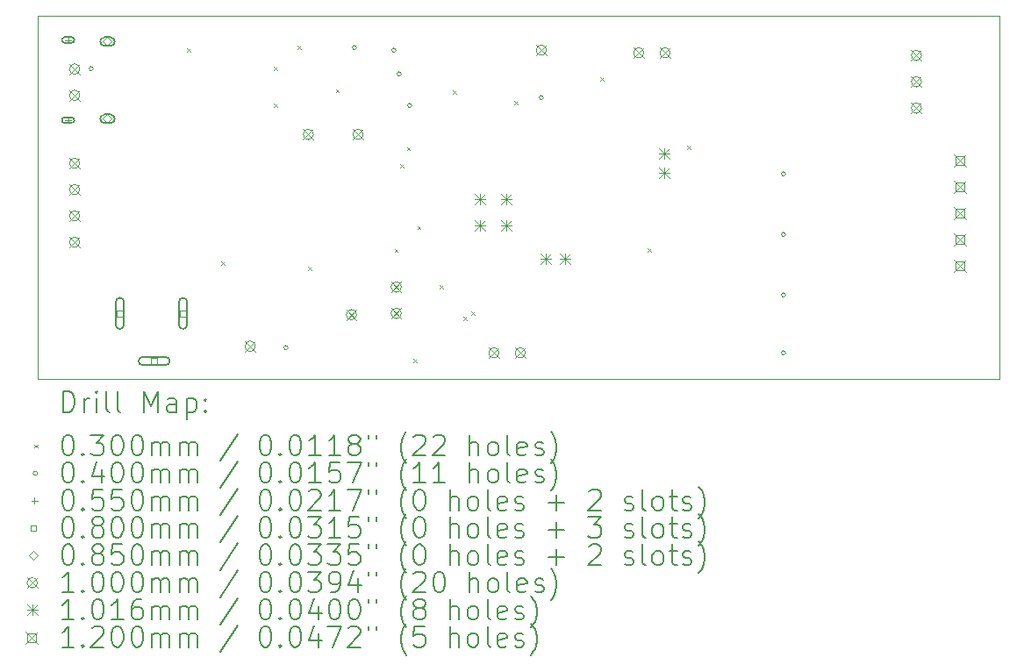
<source format=gbr>
%TF.GenerationSoftware,KiCad,Pcbnew,7.0.1*%
%TF.CreationDate,2023-04-11T18:39:18+01:00*%
%TF.ProjectId,zigbee-led-controller,7a696762-6565-42d6-9c65-642d636f6e74,1*%
%TF.SameCoordinates,Original*%
%TF.FileFunction,Drillmap*%
%TF.FilePolarity,Positive*%
%FSLAX45Y45*%
G04 Gerber Fmt 4.5, Leading zero omitted, Abs format (unit mm)*
G04 Created by KiCad (PCBNEW 7.0.1) date 2023-04-11 18:39:18*
%MOMM*%
%LPD*%
G01*
G04 APERTURE LIST*
%ADD10C,0.100000*%
%ADD11C,0.200000*%
%ADD12C,0.030000*%
%ADD13C,0.040000*%
%ADD14C,0.055000*%
%ADD15C,0.080000*%
%ADD16C,0.085000*%
%ADD17C,0.101600*%
%ADD18C,0.120000*%
G04 APERTURE END LIST*
D10*
X3525520Y-3225800D02*
X12801600Y-3225800D01*
X12801600Y-6731000D01*
X3525520Y-6731000D01*
X3525520Y-3225800D01*
D11*
D12*
X4963400Y-3541000D02*
X4993400Y-3571000D01*
X4993400Y-3541000D02*
X4963400Y-3571000D01*
X5293600Y-5598400D02*
X5323600Y-5628400D01*
X5323600Y-5598400D02*
X5293600Y-5628400D01*
X5801600Y-3718800D02*
X5831600Y-3748800D01*
X5831600Y-3718800D02*
X5801600Y-3748800D01*
X5801600Y-3718800D02*
X5831600Y-3748800D01*
X5831600Y-3718800D02*
X5801600Y-3748800D01*
X5801600Y-4074400D02*
X5831600Y-4104400D01*
X5831600Y-4074400D02*
X5801600Y-4104400D01*
X6030200Y-3515600D02*
X6060200Y-3545600D01*
X6060200Y-3515600D02*
X6030200Y-3545600D01*
X6131800Y-5649200D02*
X6161800Y-5679200D01*
X6161800Y-5649200D02*
X6131800Y-5679200D01*
X6398500Y-3934700D02*
X6428500Y-3964700D01*
X6428500Y-3934700D02*
X6398500Y-3964700D01*
X6967460Y-5473940D02*
X6997460Y-5503940D01*
X6997460Y-5473940D02*
X6967460Y-5503940D01*
X7020800Y-4658600D02*
X7050800Y-4688600D01*
X7050800Y-4658600D02*
X7020800Y-4688600D01*
X7020800Y-4658600D02*
X7050800Y-4688600D01*
X7050800Y-4658600D02*
X7020800Y-4688600D01*
X7084300Y-4493500D02*
X7114300Y-4523500D01*
X7114300Y-4493500D02*
X7084300Y-4523500D01*
X7147800Y-6538200D02*
X7177800Y-6568200D01*
X7177800Y-6538200D02*
X7147800Y-6568200D01*
X7185900Y-5255500D02*
X7215900Y-5285500D01*
X7215900Y-5255500D02*
X7185900Y-5285500D01*
X7401800Y-5827000D02*
X7431800Y-5857000D01*
X7431800Y-5827000D02*
X7401800Y-5857000D01*
X7528800Y-3947400D02*
X7558800Y-3977400D01*
X7558800Y-3947400D02*
X7528800Y-3977400D01*
X7630400Y-6131800D02*
X7660400Y-6161800D01*
X7660400Y-6131800D02*
X7630400Y-6161800D01*
X7706600Y-6081000D02*
X7736600Y-6111000D01*
X7736600Y-6081000D02*
X7706600Y-6111000D01*
X8123151Y-4049000D02*
X8153151Y-4079000D01*
X8153151Y-4049000D02*
X8123151Y-4079000D01*
X8951200Y-3820400D02*
X8981200Y-3850400D01*
X8981200Y-3820400D02*
X8951200Y-3850400D01*
X9408400Y-5471400D02*
X9438400Y-5501400D01*
X9438400Y-5471400D02*
X9408400Y-5501400D01*
X9789400Y-4480800D02*
X9819400Y-4510800D01*
X9819400Y-4480800D02*
X9789400Y-4510800D01*
D13*
X4058600Y-3733800D02*
G75*
G03*
X4058600Y-3733800I-20000J0D01*
G01*
X5938200Y-6426200D02*
G75*
G03*
X5938200Y-6426200I-20000J0D01*
G01*
X6598600Y-3530600D02*
G75*
G03*
X6598600Y-3530600I-20000J0D01*
G01*
X6979600Y-3556000D02*
G75*
G03*
X6979600Y-3556000I-20000J0D01*
G01*
X7030400Y-3784600D02*
G75*
G03*
X7030400Y-3784600I-20000J0D01*
G01*
X7132000Y-4089400D02*
G75*
G03*
X7132000Y-4089400I-20000J0D01*
G01*
X8402000Y-4013200D02*
G75*
G03*
X8402000Y-4013200I-20000J0D01*
G01*
X10738800Y-4749800D02*
G75*
G03*
X10738800Y-4749800I-20000J0D01*
G01*
X10738800Y-5334000D02*
G75*
G03*
X10738800Y-5334000I-20000J0D01*
G01*
X10738800Y-5918200D02*
G75*
G03*
X10738800Y-5918200I-20000J0D01*
G01*
X10738800Y-6477000D02*
G75*
G03*
X10738800Y-6477000I-20000J0D01*
G01*
D14*
X3815810Y-3430600D02*
X3815810Y-3485600D01*
X3788310Y-3458100D02*
X3843310Y-3458100D01*
D11*
X3848310Y-3430600D02*
X3783310Y-3430600D01*
X3783310Y-3430600D02*
G75*
G03*
X3783310Y-3485600I0J-27500D01*
G01*
X3783310Y-3485600D02*
X3848310Y-3485600D01*
X3848310Y-3485600D02*
G75*
G03*
X3848310Y-3430600I0J27500D01*
G01*
D14*
X3815810Y-4205600D02*
X3815810Y-4260600D01*
X3788310Y-4233100D02*
X3843310Y-4233100D01*
D11*
X3848310Y-4205600D02*
X3783310Y-4205600D01*
X3783310Y-4205600D02*
G75*
G03*
X3783310Y-4260600I0J-27500D01*
G01*
X3783310Y-4260600D02*
X3848310Y-4260600D01*
X3848310Y-4260600D02*
G75*
G03*
X3848310Y-4205600I0J27500D01*
G01*
D15*
X4343745Y-6124284D02*
X4343745Y-6067715D01*
X4287176Y-6067715D01*
X4287176Y-6124284D01*
X4343745Y-6124284D01*
D11*
X4275460Y-5986000D02*
X4275460Y-6206000D01*
X4275460Y-6206000D02*
G75*
G03*
X4355460Y-6206000I40000J0D01*
G01*
X4355460Y-6206000D02*
X4355460Y-5986000D01*
X4355460Y-5986000D02*
G75*
G03*
X4275460Y-5986000I-40000J0D01*
G01*
D15*
X4673745Y-6584284D02*
X4673745Y-6527715D01*
X4617176Y-6527715D01*
X4617176Y-6584284D01*
X4673745Y-6584284D01*
D11*
X4535460Y-6596000D02*
X4755460Y-6596000D01*
X4755460Y-6596000D02*
G75*
G03*
X4755460Y-6516000I0J40000D01*
G01*
X4755460Y-6516000D02*
X4535460Y-6516000D01*
X4535460Y-6516000D02*
G75*
G03*
X4535460Y-6596000I0J-40000D01*
G01*
D15*
X4953745Y-6124284D02*
X4953745Y-6067715D01*
X4897176Y-6067715D01*
X4897176Y-6124284D01*
X4953745Y-6124284D01*
D11*
X4885460Y-5986000D02*
X4885460Y-6206000D01*
X4885460Y-6206000D02*
G75*
G03*
X4965460Y-6206000I40000J0D01*
G01*
X4965460Y-6206000D02*
X4965460Y-5986000D01*
X4965460Y-5986000D02*
G75*
G03*
X4885460Y-5986000I-40000J0D01*
G01*
D16*
X4195810Y-3515600D02*
X4238310Y-3473100D01*
X4195810Y-3430600D01*
X4153310Y-3473100D01*
X4195810Y-3515600D01*
D11*
X4223310Y-3430600D02*
X4168310Y-3430600D01*
X4168310Y-3430600D02*
G75*
G03*
X4168310Y-3515600I0J-42500D01*
G01*
X4168310Y-3515600D02*
X4223310Y-3515600D01*
X4223310Y-3515600D02*
G75*
G03*
X4223310Y-3430600I0J42500D01*
G01*
D16*
X4195810Y-4260600D02*
X4238310Y-4218100D01*
X4195810Y-4175600D01*
X4153310Y-4218100D01*
X4195810Y-4260600D01*
D11*
X4223310Y-4175600D02*
X4168310Y-4175600D01*
X4168310Y-4175600D02*
G75*
G03*
X4168310Y-4260600I0J-42500D01*
G01*
X4168310Y-4260600D02*
X4223310Y-4260600D01*
X4223310Y-4260600D02*
G75*
G03*
X4223310Y-4175600I0J42500D01*
G01*
D10*
X3829310Y-3688000D02*
X3929310Y-3788000D01*
X3929310Y-3688000D02*
X3829310Y-3788000D01*
X3929310Y-3738000D02*
G75*
G03*
X3929310Y-3738000I-50000J0D01*
G01*
X3829310Y-3942000D02*
X3929310Y-4042000D01*
X3929310Y-3942000D02*
X3829310Y-4042000D01*
X3929310Y-3992000D02*
G75*
G03*
X3929310Y-3992000I-50000J0D01*
G01*
X3829310Y-4597200D02*
X3929310Y-4697200D01*
X3929310Y-4597200D02*
X3829310Y-4697200D01*
X3929310Y-4647200D02*
G75*
G03*
X3929310Y-4647200I-50000J0D01*
G01*
X3829310Y-4851200D02*
X3929310Y-4951200D01*
X3929310Y-4851200D02*
X3829310Y-4951200D01*
X3929310Y-4901200D02*
G75*
G03*
X3929310Y-4901200I-50000J0D01*
G01*
X3829310Y-5105200D02*
X3929310Y-5205200D01*
X3929310Y-5105200D02*
X3829310Y-5205200D01*
X3929310Y-5155200D02*
G75*
G03*
X3929310Y-5155200I-50000J0D01*
G01*
X3829310Y-5359200D02*
X3929310Y-5459200D01*
X3929310Y-5359200D02*
X3829310Y-5459200D01*
X3929310Y-5409200D02*
G75*
G03*
X3929310Y-5409200I-50000J0D01*
G01*
X5522760Y-6363500D02*
X5622760Y-6463500D01*
X5622760Y-6363500D02*
X5522760Y-6463500D01*
X5622760Y-6413500D02*
G75*
G03*
X5622760Y-6413500I-50000J0D01*
G01*
X6084210Y-4318800D02*
X6184210Y-4418800D01*
X6184210Y-4318800D02*
X6084210Y-4418800D01*
X6184210Y-4368800D02*
G75*
G03*
X6184210Y-4368800I-50000J0D01*
G01*
X6500660Y-6058700D02*
X6600660Y-6158700D01*
X6600660Y-6058700D02*
X6500660Y-6158700D01*
X6600660Y-6108700D02*
G75*
G03*
X6600660Y-6108700I-50000J0D01*
G01*
X6564460Y-4318800D02*
X6664460Y-4418800D01*
X6664460Y-4318800D02*
X6564460Y-4418800D01*
X6664460Y-4368800D02*
G75*
G03*
X6664460Y-4368800I-50000J0D01*
G01*
X6932460Y-5792000D02*
X7032460Y-5892000D01*
X7032460Y-5792000D02*
X6932460Y-5892000D01*
X7032460Y-5842000D02*
G75*
G03*
X7032460Y-5842000I-50000J0D01*
G01*
X6932460Y-6046000D02*
X7032460Y-6146000D01*
X7032460Y-6046000D02*
X6932460Y-6146000D01*
X7032460Y-6096000D02*
G75*
G03*
X7032460Y-6096000I-50000J0D01*
G01*
X7875300Y-6427000D02*
X7975300Y-6527000D01*
X7975300Y-6427000D02*
X7875300Y-6527000D01*
X7975300Y-6477000D02*
G75*
G03*
X7975300Y-6477000I-50000J0D01*
G01*
X8129300Y-6427000D02*
X8229300Y-6527000D01*
X8229300Y-6427000D02*
X8129300Y-6527000D01*
X8229300Y-6477000D02*
G75*
G03*
X8229300Y-6477000I-50000J0D01*
G01*
X8332000Y-3506000D02*
X8432000Y-3606000D01*
X8432000Y-3506000D02*
X8332000Y-3606000D01*
X8432000Y-3556000D02*
G75*
G03*
X8432000Y-3556000I-50000J0D01*
G01*
X9271800Y-3531400D02*
X9371800Y-3631400D01*
X9371800Y-3531400D02*
X9271800Y-3631400D01*
X9371800Y-3581400D02*
G75*
G03*
X9371800Y-3581400I-50000J0D01*
G01*
X9525800Y-3531400D02*
X9625800Y-3631400D01*
X9625800Y-3531400D02*
X9525800Y-3631400D01*
X9625800Y-3581400D02*
G75*
G03*
X9625800Y-3581400I-50000J0D01*
G01*
X11951610Y-3556800D02*
X12051610Y-3656800D01*
X12051610Y-3556800D02*
X11951610Y-3656800D01*
X12051610Y-3606800D02*
G75*
G03*
X12051610Y-3606800I-50000J0D01*
G01*
X11951610Y-3810800D02*
X12051610Y-3910800D01*
X12051610Y-3810800D02*
X11951610Y-3910800D01*
X12051610Y-3860800D02*
G75*
G03*
X12051610Y-3860800I-50000J0D01*
G01*
X11951610Y-4064800D02*
X12051610Y-4164800D01*
X12051610Y-4064800D02*
X11951610Y-4164800D01*
X12051610Y-4114800D02*
G75*
G03*
X12051610Y-4114800I-50000J0D01*
G01*
D17*
X7738151Y-4944964D02*
X7839751Y-5046564D01*
X7839751Y-4944964D02*
X7738151Y-5046564D01*
X7788951Y-4944964D02*
X7788951Y-5046564D01*
X7738151Y-4995764D02*
X7839751Y-4995764D01*
X7738151Y-5198964D02*
X7839751Y-5300564D01*
X7839751Y-5198964D02*
X7738151Y-5300564D01*
X7788951Y-5198964D02*
X7788951Y-5300564D01*
X7738151Y-5249764D02*
X7839751Y-5249764D01*
X7992151Y-4944964D02*
X8093751Y-5046564D01*
X8093751Y-4944964D02*
X7992151Y-5046564D01*
X8042951Y-4944964D02*
X8042951Y-5046564D01*
X7992151Y-4995764D02*
X8093751Y-4995764D01*
X7992151Y-5198964D02*
X8093751Y-5300564D01*
X8093751Y-5198964D02*
X7992151Y-5300564D01*
X8042951Y-5198964D02*
X8042951Y-5300564D01*
X7992151Y-5249764D02*
X8093751Y-5249764D01*
X8373151Y-5516464D02*
X8474751Y-5618064D01*
X8474751Y-5516464D02*
X8373151Y-5618064D01*
X8423951Y-5516464D02*
X8423951Y-5618064D01*
X8373151Y-5567264D02*
X8474751Y-5567264D01*
X8563651Y-5516464D02*
X8665251Y-5618064D01*
X8665251Y-5516464D02*
X8563651Y-5618064D01*
X8614451Y-5516464D02*
X8614451Y-5618064D01*
X8563651Y-5567264D02*
X8665251Y-5567264D01*
X9516151Y-4500464D02*
X9617751Y-4602064D01*
X9617751Y-4500464D02*
X9516151Y-4602064D01*
X9566951Y-4500464D02*
X9566951Y-4602064D01*
X9516151Y-4551264D02*
X9617751Y-4551264D01*
X9516151Y-4690964D02*
X9617751Y-4792564D01*
X9617751Y-4690964D02*
X9516151Y-4792564D01*
X9566951Y-4690964D02*
X9566951Y-4792564D01*
X9516151Y-4741764D02*
X9617751Y-4741764D01*
D18*
X12360600Y-4562800D02*
X12480600Y-4682800D01*
X12480600Y-4562800D02*
X12360600Y-4682800D01*
X12463027Y-4665227D02*
X12463027Y-4580373D01*
X12378173Y-4580373D01*
X12378173Y-4665227D01*
X12463027Y-4665227D01*
X12360600Y-4816800D02*
X12480600Y-4936800D01*
X12480600Y-4816800D02*
X12360600Y-4936800D01*
X12463027Y-4919227D02*
X12463027Y-4834373D01*
X12378173Y-4834373D01*
X12378173Y-4919227D01*
X12463027Y-4919227D01*
X12360600Y-5070800D02*
X12480600Y-5190800D01*
X12480600Y-5070800D02*
X12360600Y-5190800D01*
X12463027Y-5173227D02*
X12463027Y-5088373D01*
X12378173Y-5088373D01*
X12378173Y-5173227D01*
X12463027Y-5173227D01*
X12360600Y-5324800D02*
X12480600Y-5444800D01*
X12480600Y-5324800D02*
X12360600Y-5444800D01*
X12463027Y-5427227D02*
X12463027Y-5342373D01*
X12378173Y-5342373D01*
X12378173Y-5427227D01*
X12463027Y-5427227D01*
X12360600Y-5578800D02*
X12480600Y-5698800D01*
X12480600Y-5578800D02*
X12360600Y-5698800D01*
X12463027Y-5681227D02*
X12463027Y-5596373D01*
X12378173Y-5596373D01*
X12378173Y-5681227D01*
X12463027Y-5681227D01*
D11*
X3768139Y-7048524D02*
X3768139Y-6848524D01*
X3768139Y-6848524D02*
X3815758Y-6848524D01*
X3815758Y-6848524D02*
X3844329Y-6858048D01*
X3844329Y-6858048D02*
X3863377Y-6877095D01*
X3863377Y-6877095D02*
X3872901Y-6896143D01*
X3872901Y-6896143D02*
X3882425Y-6934238D01*
X3882425Y-6934238D02*
X3882425Y-6962809D01*
X3882425Y-6962809D02*
X3872901Y-7000905D01*
X3872901Y-7000905D02*
X3863377Y-7019952D01*
X3863377Y-7019952D02*
X3844329Y-7039000D01*
X3844329Y-7039000D02*
X3815758Y-7048524D01*
X3815758Y-7048524D02*
X3768139Y-7048524D01*
X3968139Y-7048524D02*
X3968139Y-6915190D01*
X3968139Y-6953286D02*
X3977663Y-6934238D01*
X3977663Y-6934238D02*
X3987187Y-6924714D01*
X3987187Y-6924714D02*
X4006234Y-6915190D01*
X4006234Y-6915190D02*
X4025282Y-6915190D01*
X4091948Y-7048524D02*
X4091948Y-6915190D01*
X4091948Y-6848524D02*
X4082425Y-6858048D01*
X4082425Y-6858048D02*
X4091948Y-6867571D01*
X4091948Y-6867571D02*
X4101472Y-6858048D01*
X4101472Y-6858048D02*
X4091948Y-6848524D01*
X4091948Y-6848524D02*
X4091948Y-6867571D01*
X4215758Y-7048524D02*
X4196710Y-7039000D01*
X4196710Y-7039000D02*
X4187187Y-7019952D01*
X4187187Y-7019952D02*
X4187187Y-6848524D01*
X4320520Y-7048524D02*
X4301472Y-7039000D01*
X4301472Y-7039000D02*
X4291949Y-7019952D01*
X4291949Y-7019952D02*
X4291949Y-6848524D01*
X4549091Y-7048524D02*
X4549091Y-6848524D01*
X4549091Y-6848524D02*
X4615758Y-6991381D01*
X4615758Y-6991381D02*
X4682425Y-6848524D01*
X4682425Y-6848524D02*
X4682425Y-7048524D01*
X4863377Y-7048524D02*
X4863377Y-6943762D01*
X4863377Y-6943762D02*
X4853853Y-6924714D01*
X4853853Y-6924714D02*
X4834806Y-6915190D01*
X4834806Y-6915190D02*
X4796710Y-6915190D01*
X4796710Y-6915190D02*
X4777663Y-6924714D01*
X4863377Y-7039000D02*
X4844330Y-7048524D01*
X4844330Y-7048524D02*
X4796710Y-7048524D01*
X4796710Y-7048524D02*
X4777663Y-7039000D01*
X4777663Y-7039000D02*
X4768139Y-7019952D01*
X4768139Y-7019952D02*
X4768139Y-7000905D01*
X4768139Y-7000905D02*
X4777663Y-6981857D01*
X4777663Y-6981857D02*
X4796710Y-6972333D01*
X4796710Y-6972333D02*
X4844330Y-6972333D01*
X4844330Y-6972333D02*
X4863377Y-6962809D01*
X4958615Y-6915190D02*
X4958615Y-7115190D01*
X4958615Y-6924714D02*
X4977663Y-6915190D01*
X4977663Y-6915190D02*
X5015758Y-6915190D01*
X5015758Y-6915190D02*
X5034806Y-6924714D01*
X5034806Y-6924714D02*
X5044330Y-6934238D01*
X5044330Y-6934238D02*
X5053853Y-6953286D01*
X5053853Y-6953286D02*
X5053853Y-7010428D01*
X5053853Y-7010428D02*
X5044330Y-7029476D01*
X5044330Y-7029476D02*
X5034806Y-7039000D01*
X5034806Y-7039000D02*
X5015758Y-7048524D01*
X5015758Y-7048524D02*
X4977663Y-7048524D01*
X4977663Y-7048524D02*
X4958615Y-7039000D01*
X5139568Y-7029476D02*
X5149091Y-7039000D01*
X5149091Y-7039000D02*
X5139568Y-7048524D01*
X5139568Y-7048524D02*
X5130044Y-7039000D01*
X5130044Y-7039000D02*
X5139568Y-7029476D01*
X5139568Y-7029476D02*
X5139568Y-7048524D01*
X5139568Y-6924714D02*
X5149091Y-6934238D01*
X5149091Y-6934238D02*
X5139568Y-6943762D01*
X5139568Y-6943762D02*
X5130044Y-6934238D01*
X5130044Y-6934238D02*
X5139568Y-6924714D01*
X5139568Y-6924714D02*
X5139568Y-6943762D01*
D12*
X3490520Y-7361000D02*
X3520520Y-7391000D01*
X3520520Y-7361000D02*
X3490520Y-7391000D01*
D11*
X3806234Y-7268524D02*
X3825282Y-7268524D01*
X3825282Y-7268524D02*
X3844329Y-7278048D01*
X3844329Y-7278048D02*
X3853853Y-7287571D01*
X3853853Y-7287571D02*
X3863377Y-7306619D01*
X3863377Y-7306619D02*
X3872901Y-7344714D01*
X3872901Y-7344714D02*
X3872901Y-7392333D01*
X3872901Y-7392333D02*
X3863377Y-7430428D01*
X3863377Y-7430428D02*
X3853853Y-7449476D01*
X3853853Y-7449476D02*
X3844329Y-7459000D01*
X3844329Y-7459000D02*
X3825282Y-7468524D01*
X3825282Y-7468524D02*
X3806234Y-7468524D01*
X3806234Y-7468524D02*
X3787187Y-7459000D01*
X3787187Y-7459000D02*
X3777663Y-7449476D01*
X3777663Y-7449476D02*
X3768139Y-7430428D01*
X3768139Y-7430428D02*
X3758615Y-7392333D01*
X3758615Y-7392333D02*
X3758615Y-7344714D01*
X3758615Y-7344714D02*
X3768139Y-7306619D01*
X3768139Y-7306619D02*
X3777663Y-7287571D01*
X3777663Y-7287571D02*
X3787187Y-7278048D01*
X3787187Y-7278048D02*
X3806234Y-7268524D01*
X3958615Y-7449476D02*
X3968139Y-7459000D01*
X3968139Y-7459000D02*
X3958615Y-7468524D01*
X3958615Y-7468524D02*
X3949091Y-7459000D01*
X3949091Y-7459000D02*
X3958615Y-7449476D01*
X3958615Y-7449476D02*
X3958615Y-7468524D01*
X4034806Y-7268524D02*
X4158615Y-7268524D01*
X4158615Y-7268524D02*
X4091948Y-7344714D01*
X4091948Y-7344714D02*
X4120520Y-7344714D01*
X4120520Y-7344714D02*
X4139568Y-7354238D01*
X4139568Y-7354238D02*
X4149091Y-7363762D01*
X4149091Y-7363762D02*
X4158615Y-7382809D01*
X4158615Y-7382809D02*
X4158615Y-7430428D01*
X4158615Y-7430428D02*
X4149091Y-7449476D01*
X4149091Y-7449476D02*
X4139568Y-7459000D01*
X4139568Y-7459000D02*
X4120520Y-7468524D01*
X4120520Y-7468524D02*
X4063377Y-7468524D01*
X4063377Y-7468524D02*
X4044329Y-7459000D01*
X4044329Y-7459000D02*
X4034806Y-7449476D01*
X4282425Y-7268524D02*
X4301472Y-7268524D01*
X4301472Y-7268524D02*
X4320520Y-7278048D01*
X4320520Y-7278048D02*
X4330044Y-7287571D01*
X4330044Y-7287571D02*
X4339568Y-7306619D01*
X4339568Y-7306619D02*
X4349091Y-7344714D01*
X4349091Y-7344714D02*
X4349091Y-7392333D01*
X4349091Y-7392333D02*
X4339568Y-7430428D01*
X4339568Y-7430428D02*
X4330044Y-7449476D01*
X4330044Y-7449476D02*
X4320520Y-7459000D01*
X4320520Y-7459000D02*
X4301472Y-7468524D01*
X4301472Y-7468524D02*
X4282425Y-7468524D01*
X4282425Y-7468524D02*
X4263377Y-7459000D01*
X4263377Y-7459000D02*
X4253853Y-7449476D01*
X4253853Y-7449476D02*
X4244330Y-7430428D01*
X4244330Y-7430428D02*
X4234806Y-7392333D01*
X4234806Y-7392333D02*
X4234806Y-7344714D01*
X4234806Y-7344714D02*
X4244330Y-7306619D01*
X4244330Y-7306619D02*
X4253853Y-7287571D01*
X4253853Y-7287571D02*
X4263377Y-7278048D01*
X4263377Y-7278048D02*
X4282425Y-7268524D01*
X4472901Y-7268524D02*
X4491949Y-7268524D01*
X4491949Y-7268524D02*
X4510996Y-7278048D01*
X4510996Y-7278048D02*
X4520520Y-7287571D01*
X4520520Y-7287571D02*
X4530044Y-7306619D01*
X4530044Y-7306619D02*
X4539568Y-7344714D01*
X4539568Y-7344714D02*
X4539568Y-7392333D01*
X4539568Y-7392333D02*
X4530044Y-7430428D01*
X4530044Y-7430428D02*
X4520520Y-7449476D01*
X4520520Y-7449476D02*
X4510996Y-7459000D01*
X4510996Y-7459000D02*
X4491949Y-7468524D01*
X4491949Y-7468524D02*
X4472901Y-7468524D01*
X4472901Y-7468524D02*
X4453853Y-7459000D01*
X4453853Y-7459000D02*
X4444330Y-7449476D01*
X4444330Y-7449476D02*
X4434806Y-7430428D01*
X4434806Y-7430428D02*
X4425282Y-7392333D01*
X4425282Y-7392333D02*
X4425282Y-7344714D01*
X4425282Y-7344714D02*
X4434806Y-7306619D01*
X4434806Y-7306619D02*
X4444330Y-7287571D01*
X4444330Y-7287571D02*
X4453853Y-7278048D01*
X4453853Y-7278048D02*
X4472901Y-7268524D01*
X4625282Y-7468524D02*
X4625282Y-7335190D01*
X4625282Y-7354238D02*
X4634806Y-7344714D01*
X4634806Y-7344714D02*
X4653853Y-7335190D01*
X4653853Y-7335190D02*
X4682425Y-7335190D01*
X4682425Y-7335190D02*
X4701472Y-7344714D01*
X4701472Y-7344714D02*
X4710996Y-7363762D01*
X4710996Y-7363762D02*
X4710996Y-7468524D01*
X4710996Y-7363762D02*
X4720520Y-7344714D01*
X4720520Y-7344714D02*
X4739568Y-7335190D01*
X4739568Y-7335190D02*
X4768139Y-7335190D01*
X4768139Y-7335190D02*
X4787187Y-7344714D01*
X4787187Y-7344714D02*
X4796711Y-7363762D01*
X4796711Y-7363762D02*
X4796711Y-7468524D01*
X4891949Y-7468524D02*
X4891949Y-7335190D01*
X4891949Y-7354238D02*
X4901472Y-7344714D01*
X4901472Y-7344714D02*
X4920520Y-7335190D01*
X4920520Y-7335190D02*
X4949092Y-7335190D01*
X4949092Y-7335190D02*
X4968139Y-7344714D01*
X4968139Y-7344714D02*
X4977663Y-7363762D01*
X4977663Y-7363762D02*
X4977663Y-7468524D01*
X4977663Y-7363762D02*
X4987187Y-7344714D01*
X4987187Y-7344714D02*
X5006234Y-7335190D01*
X5006234Y-7335190D02*
X5034806Y-7335190D01*
X5034806Y-7335190D02*
X5053853Y-7344714D01*
X5053853Y-7344714D02*
X5063377Y-7363762D01*
X5063377Y-7363762D02*
X5063377Y-7468524D01*
X5453853Y-7259000D02*
X5282425Y-7516143D01*
X5710996Y-7268524D02*
X5730044Y-7268524D01*
X5730044Y-7268524D02*
X5749092Y-7278048D01*
X5749092Y-7278048D02*
X5758615Y-7287571D01*
X5758615Y-7287571D02*
X5768139Y-7306619D01*
X5768139Y-7306619D02*
X5777663Y-7344714D01*
X5777663Y-7344714D02*
X5777663Y-7392333D01*
X5777663Y-7392333D02*
X5768139Y-7430428D01*
X5768139Y-7430428D02*
X5758615Y-7449476D01*
X5758615Y-7449476D02*
X5749092Y-7459000D01*
X5749092Y-7459000D02*
X5730044Y-7468524D01*
X5730044Y-7468524D02*
X5710996Y-7468524D01*
X5710996Y-7468524D02*
X5691949Y-7459000D01*
X5691949Y-7459000D02*
X5682425Y-7449476D01*
X5682425Y-7449476D02*
X5672901Y-7430428D01*
X5672901Y-7430428D02*
X5663377Y-7392333D01*
X5663377Y-7392333D02*
X5663377Y-7344714D01*
X5663377Y-7344714D02*
X5672901Y-7306619D01*
X5672901Y-7306619D02*
X5682425Y-7287571D01*
X5682425Y-7287571D02*
X5691949Y-7278048D01*
X5691949Y-7278048D02*
X5710996Y-7268524D01*
X5863377Y-7449476D02*
X5872901Y-7459000D01*
X5872901Y-7459000D02*
X5863377Y-7468524D01*
X5863377Y-7468524D02*
X5853853Y-7459000D01*
X5853853Y-7459000D02*
X5863377Y-7449476D01*
X5863377Y-7449476D02*
X5863377Y-7468524D01*
X5996711Y-7268524D02*
X6015758Y-7268524D01*
X6015758Y-7268524D02*
X6034806Y-7278048D01*
X6034806Y-7278048D02*
X6044330Y-7287571D01*
X6044330Y-7287571D02*
X6053853Y-7306619D01*
X6053853Y-7306619D02*
X6063377Y-7344714D01*
X6063377Y-7344714D02*
X6063377Y-7392333D01*
X6063377Y-7392333D02*
X6053853Y-7430428D01*
X6053853Y-7430428D02*
X6044330Y-7449476D01*
X6044330Y-7449476D02*
X6034806Y-7459000D01*
X6034806Y-7459000D02*
X6015758Y-7468524D01*
X6015758Y-7468524D02*
X5996711Y-7468524D01*
X5996711Y-7468524D02*
X5977663Y-7459000D01*
X5977663Y-7459000D02*
X5968139Y-7449476D01*
X5968139Y-7449476D02*
X5958615Y-7430428D01*
X5958615Y-7430428D02*
X5949092Y-7392333D01*
X5949092Y-7392333D02*
X5949092Y-7344714D01*
X5949092Y-7344714D02*
X5958615Y-7306619D01*
X5958615Y-7306619D02*
X5968139Y-7287571D01*
X5968139Y-7287571D02*
X5977663Y-7278048D01*
X5977663Y-7278048D02*
X5996711Y-7268524D01*
X6253853Y-7468524D02*
X6139568Y-7468524D01*
X6196711Y-7468524D02*
X6196711Y-7268524D01*
X6196711Y-7268524D02*
X6177663Y-7297095D01*
X6177663Y-7297095D02*
X6158615Y-7316143D01*
X6158615Y-7316143D02*
X6139568Y-7325667D01*
X6444330Y-7468524D02*
X6330044Y-7468524D01*
X6387187Y-7468524D02*
X6387187Y-7268524D01*
X6387187Y-7268524D02*
X6368139Y-7297095D01*
X6368139Y-7297095D02*
X6349092Y-7316143D01*
X6349092Y-7316143D02*
X6330044Y-7325667D01*
X6558615Y-7354238D02*
X6539568Y-7344714D01*
X6539568Y-7344714D02*
X6530044Y-7335190D01*
X6530044Y-7335190D02*
X6520520Y-7316143D01*
X6520520Y-7316143D02*
X6520520Y-7306619D01*
X6520520Y-7306619D02*
X6530044Y-7287571D01*
X6530044Y-7287571D02*
X6539568Y-7278048D01*
X6539568Y-7278048D02*
X6558615Y-7268524D01*
X6558615Y-7268524D02*
X6596711Y-7268524D01*
X6596711Y-7268524D02*
X6615758Y-7278048D01*
X6615758Y-7278048D02*
X6625282Y-7287571D01*
X6625282Y-7287571D02*
X6634806Y-7306619D01*
X6634806Y-7306619D02*
X6634806Y-7316143D01*
X6634806Y-7316143D02*
X6625282Y-7335190D01*
X6625282Y-7335190D02*
X6615758Y-7344714D01*
X6615758Y-7344714D02*
X6596711Y-7354238D01*
X6596711Y-7354238D02*
X6558615Y-7354238D01*
X6558615Y-7354238D02*
X6539568Y-7363762D01*
X6539568Y-7363762D02*
X6530044Y-7373286D01*
X6530044Y-7373286D02*
X6520520Y-7392333D01*
X6520520Y-7392333D02*
X6520520Y-7430428D01*
X6520520Y-7430428D02*
X6530044Y-7449476D01*
X6530044Y-7449476D02*
X6539568Y-7459000D01*
X6539568Y-7459000D02*
X6558615Y-7468524D01*
X6558615Y-7468524D02*
X6596711Y-7468524D01*
X6596711Y-7468524D02*
X6615758Y-7459000D01*
X6615758Y-7459000D02*
X6625282Y-7449476D01*
X6625282Y-7449476D02*
X6634806Y-7430428D01*
X6634806Y-7430428D02*
X6634806Y-7392333D01*
X6634806Y-7392333D02*
X6625282Y-7373286D01*
X6625282Y-7373286D02*
X6615758Y-7363762D01*
X6615758Y-7363762D02*
X6596711Y-7354238D01*
X6710996Y-7268524D02*
X6710996Y-7306619D01*
X6787187Y-7268524D02*
X6787187Y-7306619D01*
X7082425Y-7544714D02*
X7072901Y-7535190D01*
X7072901Y-7535190D02*
X7053854Y-7506619D01*
X7053854Y-7506619D02*
X7044330Y-7487571D01*
X7044330Y-7487571D02*
X7034806Y-7459000D01*
X7034806Y-7459000D02*
X7025282Y-7411381D01*
X7025282Y-7411381D02*
X7025282Y-7373286D01*
X7025282Y-7373286D02*
X7034806Y-7325667D01*
X7034806Y-7325667D02*
X7044330Y-7297095D01*
X7044330Y-7297095D02*
X7053854Y-7278048D01*
X7053854Y-7278048D02*
X7072901Y-7249476D01*
X7072901Y-7249476D02*
X7082425Y-7239952D01*
X7149092Y-7287571D02*
X7158615Y-7278048D01*
X7158615Y-7278048D02*
X7177663Y-7268524D01*
X7177663Y-7268524D02*
X7225282Y-7268524D01*
X7225282Y-7268524D02*
X7244330Y-7278048D01*
X7244330Y-7278048D02*
X7253854Y-7287571D01*
X7253854Y-7287571D02*
X7263377Y-7306619D01*
X7263377Y-7306619D02*
X7263377Y-7325667D01*
X7263377Y-7325667D02*
X7253854Y-7354238D01*
X7253854Y-7354238D02*
X7139568Y-7468524D01*
X7139568Y-7468524D02*
X7263377Y-7468524D01*
X7339568Y-7287571D02*
X7349092Y-7278048D01*
X7349092Y-7278048D02*
X7368139Y-7268524D01*
X7368139Y-7268524D02*
X7415758Y-7268524D01*
X7415758Y-7268524D02*
X7434806Y-7278048D01*
X7434806Y-7278048D02*
X7444330Y-7287571D01*
X7444330Y-7287571D02*
X7453854Y-7306619D01*
X7453854Y-7306619D02*
X7453854Y-7325667D01*
X7453854Y-7325667D02*
X7444330Y-7354238D01*
X7444330Y-7354238D02*
X7330044Y-7468524D01*
X7330044Y-7468524D02*
X7453854Y-7468524D01*
X7691949Y-7468524D02*
X7691949Y-7268524D01*
X7777663Y-7468524D02*
X7777663Y-7363762D01*
X7777663Y-7363762D02*
X7768139Y-7344714D01*
X7768139Y-7344714D02*
X7749092Y-7335190D01*
X7749092Y-7335190D02*
X7720520Y-7335190D01*
X7720520Y-7335190D02*
X7701473Y-7344714D01*
X7701473Y-7344714D02*
X7691949Y-7354238D01*
X7901473Y-7468524D02*
X7882425Y-7459000D01*
X7882425Y-7459000D02*
X7872901Y-7449476D01*
X7872901Y-7449476D02*
X7863377Y-7430428D01*
X7863377Y-7430428D02*
X7863377Y-7373286D01*
X7863377Y-7373286D02*
X7872901Y-7354238D01*
X7872901Y-7354238D02*
X7882425Y-7344714D01*
X7882425Y-7344714D02*
X7901473Y-7335190D01*
X7901473Y-7335190D02*
X7930044Y-7335190D01*
X7930044Y-7335190D02*
X7949092Y-7344714D01*
X7949092Y-7344714D02*
X7958616Y-7354238D01*
X7958616Y-7354238D02*
X7968139Y-7373286D01*
X7968139Y-7373286D02*
X7968139Y-7430428D01*
X7968139Y-7430428D02*
X7958616Y-7449476D01*
X7958616Y-7449476D02*
X7949092Y-7459000D01*
X7949092Y-7459000D02*
X7930044Y-7468524D01*
X7930044Y-7468524D02*
X7901473Y-7468524D01*
X8082425Y-7468524D02*
X8063377Y-7459000D01*
X8063377Y-7459000D02*
X8053854Y-7439952D01*
X8053854Y-7439952D02*
X8053854Y-7268524D01*
X8234806Y-7459000D02*
X8215758Y-7468524D01*
X8215758Y-7468524D02*
X8177663Y-7468524D01*
X8177663Y-7468524D02*
X8158616Y-7459000D01*
X8158616Y-7459000D02*
X8149092Y-7439952D01*
X8149092Y-7439952D02*
X8149092Y-7363762D01*
X8149092Y-7363762D02*
X8158616Y-7344714D01*
X8158616Y-7344714D02*
X8177663Y-7335190D01*
X8177663Y-7335190D02*
X8215758Y-7335190D01*
X8215758Y-7335190D02*
X8234806Y-7344714D01*
X8234806Y-7344714D02*
X8244330Y-7363762D01*
X8244330Y-7363762D02*
X8244330Y-7382809D01*
X8244330Y-7382809D02*
X8149092Y-7401857D01*
X8320520Y-7459000D02*
X8339568Y-7468524D01*
X8339568Y-7468524D02*
X8377663Y-7468524D01*
X8377663Y-7468524D02*
X8396711Y-7459000D01*
X8396711Y-7459000D02*
X8406235Y-7439952D01*
X8406235Y-7439952D02*
X8406235Y-7430428D01*
X8406235Y-7430428D02*
X8396711Y-7411381D01*
X8396711Y-7411381D02*
X8377663Y-7401857D01*
X8377663Y-7401857D02*
X8349092Y-7401857D01*
X8349092Y-7401857D02*
X8330044Y-7392333D01*
X8330044Y-7392333D02*
X8320520Y-7373286D01*
X8320520Y-7373286D02*
X8320520Y-7363762D01*
X8320520Y-7363762D02*
X8330044Y-7344714D01*
X8330044Y-7344714D02*
X8349092Y-7335190D01*
X8349092Y-7335190D02*
X8377663Y-7335190D01*
X8377663Y-7335190D02*
X8396711Y-7344714D01*
X8472901Y-7544714D02*
X8482425Y-7535190D01*
X8482425Y-7535190D02*
X8501473Y-7506619D01*
X8501473Y-7506619D02*
X8510997Y-7487571D01*
X8510997Y-7487571D02*
X8520520Y-7459000D01*
X8520520Y-7459000D02*
X8530044Y-7411381D01*
X8530044Y-7411381D02*
X8530044Y-7373286D01*
X8530044Y-7373286D02*
X8520520Y-7325667D01*
X8520520Y-7325667D02*
X8510997Y-7297095D01*
X8510997Y-7297095D02*
X8501473Y-7278048D01*
X8501473Y-7278048D02*
X8482425Y-7249476D01*
X8482425Y-7249476D02*
X8472901Y-7239952D01*
D13*
X3520520Y-7640000D02*
G75*
G03*
X3520520Y-7640000I-20000J0D01*
G01*
D11*
X3806234Y-7532524D02*
X3825282Y-7532524D01*
X3825282Y-7532524D02*
X3844329Y-7542048D01*
X3844329Y-7542048D02*
X3853853Y-7551571D01*
X3853853Y-7551571D02*
X3863377Y-7570619D01*
X3863377Y-7570619D02*
X3872901Y-7608714D01*
X3872901Y-7608714D02*
X3872901Y-7656333D01*
X3872901Y-7656333D02*
X3863377Y-7694428D01*
X3863377Y-7694428D02*
X3853853Y-7713476D01*
X3853853Y-7713476D02*
X3844329Y-7723000D01*
X3844329Y-7723000D02*
X3825282Y-7732524D01*
X3825282Y-7732524D02*
X3806234Y-7732524D01*
X3806234Y-7732524D02*
X3787187Y-7723000D01*
X3787187Y-7723000D02*
X3777663Y-7713476D01*
X3777663Y-7713476D02*
X3768139Y-7694428D01*
X3768139Y-7694428D02*
X3758615Y-7656333D01*
X3758615Y-7656333D02*
X3758615Y-7608714D01*
X3758615Y-7608714D02*
X3768139Y-7570619D01*
X3768139Y-7570619D02*
X3777663Y-7551571D01*
X3777663Y-7551571D02*
X3787187Y-7542048D01*
X3787187Y-7542048D02*
X3806234Y-7532524D01*
X3958615Y-7713476D02*
X3968139Y-7723000D01*
X3968139Y-7723000D02*
X3958615Y-7732524D01*
X3958615Y-7732524D02*
X3949091Y-7723000D01*
X3949091Y-7723000D02*
X3958615Y-7713476D01*
X3958615Y-7713476D02*
X3958615Y-7732524D01*
X4139568Y-7599190D02*
X4139568Y-7732524D01*
X4091948Y-7523000D02*
X4044329Y-7665857D01*
X4044329Y-7665857D02*
X4168139Y-7665857D01*
X4282425Y-7532524D02*
X4301472Y-7532524D01*
X4301472Y-7532524D02*
X4320520Y-7542048D01*
X4320520Y-7542048D02*
X4330044Y-7551571D01*
X4330044Y-7551571D02*
X4339568Y-7570619D01*
X4339568Y-7570619D02*
X4349091Y-7608714D01*
X4349091Y-7608714D02*
X4349091Y-7656333D01*
X4349091Y-7656333D02*
X4339568Y-7694428D01*
X4339568Y-7694428D02*
X4330044Y-7713476D01*
X4330044Y-7713476D02*
X4320520Y-7723000D01*
X4320520Y-7723000D02*
X4301472Y-7732524D01*
X4301472Y-7732524D02*
X4282425Y-7732524D01*
X4282425Y-7732524D02*
X4263377Y-7723000D01*
X4263377Y-7723000D02*
X4253853Y-7713476D01*
X4253853Y-7713476D02*
X4244330Y-7694428D01*
X4244330Y-7694428D02*
X4234806Y-7656333D01*
X4234806Y-7656333D02*
X4234806Y-7608714D01*
X4234806Y-7608714D02*
X4244330Y-7570619D01*
X4244330Y-7570619D02*
X4253853Y-7551571D01*
X4253853Y-7551571D02*
X4263377Y-7542048D01*
X4263377Y-7542048D02*
X4282425Y-7532524D01*
X4472901Y-7532524D02*
X4491949Y-7532524D01*
X4491949Y-7532524D02*
X4510996Y-7542048D01*
X4510996Y-7542048D02*
X4520520Y-7551571D01*
X4520520Y-7551571D02*
X4530044Y-7570619D01*
X4530044Y-7570619D02*
X4539568Y-7608714D01*
X4539568Y-7608714D02*
X4539568Y-7656333D01*
X4539568Y-7656333D02*
X4530044Y-7694428D01*
X4530044Y-7694428D02*
X4520520Y-7713476D01*
X4520520Y-7713476D02*
X4510996Y-7723000D01*
X4510996Y-7723000D02*
X4491949Y-7732524D01*
X4491949Y-7732524D02*
X4472901Y-7732524D01*
X4472901Y-7732524D02*
X4453853Y-7723000D01*
X4453853Y-7723000D02*
X4444330Y-7713476D01*
X4444330Y-7713476D02*
X4434806Y-7694428D01*
X4434806Y-7694428D02*
X4425282Y-7656333D01*
X4425282Y-7656333D02*
X4425282Y-7608714D01*
X4425282Y-7608714D02*
X4434806Y-7570619D01*
X4434806Y-7570619D02*
X4444330Y-7551571D01*
X4444330Y-7551571D02*
X4453853Y-7542048D01*
X4453853Y-7542048D02*
X4472901Y-7532524D01*
X4625282Y-7732524D02*
X4625282Y-7599190D01*
X4625282Y-7618238D02*
X4634806Y-7608714D01*
X4634806Y-7608714D02*
X4653853Y-7599190D01*
X4653853Y-7599190D02*
X4682425Y-7599190D01*
X4682425Y-7599190D02*
X4701472Y-7608714D01*
X4701472Y-7608714D02*
X4710996Y-7627762D01*
X4710996Y-7627762D02*
X4710996Y-7732524D01*
X4710996Y-7627762D02*
X4720520Y-7608714D01*
X4720520Y-7608714D02*
X4739568Y-7599190D01*
X4739568Y-7599190D02*
X4768139Y-7599190D01*
X4768139Y-7599190D02*
X4787187Y-7608714D01*
X4787187Y-7608714D02*
X4796711Y-7627762D01*
X4796711Y-7627762D02*
X4796711Y-7732524D01*
X4891949Y-7732524D02*
X4891949Y-7599190D01*
X4891949Y-7618238D02*
X4901472Y-7608714D01*
X4901472Y-7608714D02*
X4920520Y-7599190D01*
X4920520Y-7599190D02*
X4949092Y-7599190D01*
X4949092Y-7599190D02*
X4968139Y-7608714D01*
X4968139Y-7608714D02*
X4977663Y-7627762D01*
X4977663Y-7627762D02*
X4977663Y-7732524D01*
X4977663Y-7627762D02*
X4987187Y-7608714D01*
X4987187Y-7608714D02*
X5006234Y-7599190D01*
X5006234Y-7599190D02*
X5034806Y-7599190D01*
X5034806Y-7599190D02*
X5053853Y-7608714D01*
X5053853Y-7608714D02*
X5063377Y-7627762D01*
X5063377Y-7627762D02*
X5063377Y-7732524D01*
X5453853Y-7523000D02*
X5282425Y-7780143D01*
X5710996Y-7532524D02*
X5730044Y-7532524D01*
X5730044Y-7532524D02*
X5749092Y-7542048D01*
X5749092Y-7542048D02*
X5758615Y-7551571D01*
X5758615Y-7551571D02*
X5768139Y-7570619D01*
X5768139Y-7570619D02*
X5777663Y-7608714D01*
X5777663Y-7608714D02*
X5777663Y-7656333D01*
X5777663Y-7656333D02*
X5768139Y-7694428D01*
X5768139Y-7694428D02*
X5758615Y-7713476D01*
X5758615Y-7713476D02*
X5749092Y-7723000D01*
X5749092Y-7723000D02*
X5730044Y-7732524D01*
X5730044Y-7732524D02*
X5710996Y-7732524D01*
X5710996Y-7732524D02*
X5691949Y-7723000D01*
X5691949Y-7723000D02*
X5682425Y-7713476D01*
X5682425Y-7713476D02*
X5672901Y-7694428D01*
X5672901Y-7694428D02*
X5663377Y-7656333D01*
X5663377Y-7656333D02*
X5663377Y-7608714D01*
X5663377Y-7608714D02*
X5672901Y-7570619D01*
X5672901Y-7570619D02*
X5682425Y-7551571D01*
X5682425Y-7551571D02*
X5691949Y-7542048D01*
X5691949Y-7542048D02*
X5710996Y-7532524D01*
X5863377Y-7713476D02*
X5872901Y-7723000D01*
X5872901Y-7723000D02*
X5863377Y-7732524D01*
X5863377Y-7732524D02*
X5853853Y-7723000D01*
X5853853Y-7723000D02*
X5863377Y-7713476D01*
X5863377Y-7713476D02*
X5863377Y-7732524D01*
X5996711Y-7532524D02*
X6015758Y-7532524D01*
X6015758Y-7532524D02*
X6034806Y-7542048D01*
X6034806Y-7542048D02*
X6044330Y-7551571D01*
X6044330Y-7551571D02*
X6053853Y-7570619D01*
X6053853Y-7570619D02*
X6063377Y-7608714D01*
X6063377Y-7608714D02*
X6063377Y-7656333D01*
X6063377Y-7656333D02*
X6053853Y-7694428D01*
X6053853Y-7694428D02*
X6044330Y-7713476D01*
X6044330Y-7713476D02*
X6034806Y-7723000D01*
X6034806Y-7723000D02*
X6015758Y-7732524D01*
X6015758Y-7732524D02*
X5996711Y-7732524D01*
X5996711Y-7732524D02*
X5977663Y-7723000D01*
X5977663Y-7723000D02*
X5968139Y-7713476D01*
X5968139Y-7713476D02*
X5958615Y-7694428D01*
X5958615Y-7694428D02*
X5949092Y-7656333D01*
X5949092Y-7656333D02*
X5949092Y-7608714D01*
X5949092Y-7608714D02*
X5958615Y-7570619D01*
X5958615Y-7570619D02*
X5968139Y-7551571D01*
X5968139Y-7551571D02*
X5977663Y-7542048D01*
X5977663Y-7542048D02*
X5996711Y-7532524D01*
X6253853Y-7732524D02*
X6139568Y-7732524D01*
X6196711Y-7732524D02*
X6196711Y-7532524D01*
X6196711Y-7532524D02*
X6177663Y-7561095D01*
X6177663Y-7561095D02*
X6158615Y-7580143D01*
X6158615Y-7580143D02*
X6139568Y-7589667D01*
X6434806Y-7532524D02*
X6339568Y-7532524D01*
X6339568Y-7532524D02*
X6330044Y-7627762D01*
X6330044Y-7627762D02*
X6339568Y-7618238D01*
X6339568Y-7618238D02*
X6358615Y-7608714D01*
X6358615Y-7608714D02*
X6406234Y-7608714D01*
X6406234Y-7608714D02*
X6425282Y-7618238D01*
X6425282Y-7618238D02*
X6434806Y-7627762D01*
X6434806Y-7627762D02*
X6444330Y-7646809D01*
X6444330Y-7646809D02*
X6444330Y-7694428D01*
X6444330Y-7694428D02*
X6434806Y-7713476D01*
X6434806Y-7713476D02*
X6425282Y-7723000D01*
X6425282Y-7723000D02*
X6406234Y-7732524D01*
X6406234Y-7732524D02*
X6358615Y-7732524D01*
X6358615Y-7732524D02*
X6339568Y-7723000D01*
X6339568Y-7723000D02*
X6330044Y-7713476D01*
X6510996Y-7532524D02*
X6644330Y-7532524D01*
X6644330Y-7532524D02*
X6558615Y-7732524D01*
X6710996Y-7532524D02*
X6710996Y-7570619D01*
X6787187Y-7532524D02*
X6787187Y-7570619D01*
X7082425Y-7808714D02*
X7072901Y-7799190D01*
X7072901Y-7799190D02*
X7053854Y-7770619D01*
X7053854Y-7770619D02*
X7044330Y-7751571D01*
X7044330Y-7751571D02*
X7034806Y-7723000D01*
X7034806Y-7723000D02*
X7025282Y-7675381D01*
X7025282Y-7675381D02*
X7025282Y-7637286D01*
X7025282Y-7637286D02*
X7034806Y-7589667D01*
X7034806Y-7589667D02*
X7044330Y-7561095D01*
X7044330Y-7561095D02*
X7053854Y-7542048D01*
X7053854Y-7542048D02*
X7072901Y-7513476D01*
X7072901Y-7513476D02*
X7082425Y-7503952D01*
X7263377Y-7732524D02*
X7149092Y-7732524D01*
X7206234Y-7732524D02*
X7206234Y-7532524D01*
X7206234Y-7532524D02*
X7187187Y-7561095D01*
X7187187Y-7561095D02*
X7168139Y-7580143D01*
X7168139Y-7580143D02*
X7149092Y-7589667D01*
X7453854Y-7732524D02*
X7339568Y-7732524D01*
X7396711Y-7732524D02*
X7396711Y-7532524D01*
X7396711Y-7532524D02*
X7377663Y-7561095D01*
X7377663Y-7561095D02*
X7358615Y-7580143D01*
X7358615Y-7580143D02*
X7339568Y-7589667D01*
X7691949Y-7732524D02*
X7691949Y-7532524D01*
X7777663Y-7732524D02*
X7777663Y-7627762D01*
X7777663Y-7627762D02*
X7768139Y-7608714D01*
X7768139Y-7608714D02*
X7749092Y-7599190D01*
X7749092Y-7599190D02*
X7720520Y-7599190D01*
X7720520Y-7599190D02*
X7701473Y-7608714D01*
X7701473Y-7608714D02*
X7691949Y-7618238D01*
X7901473Y-7732524D02*
X7882425Y-7723000D01*
X7882425Y-7723000D02*
X7872901Y-7713476D01*
X7872901Y-7713476D02*
X7863377Y-7694428D01*
X7863377Y-7694428D02*
X7863377Y-7637286D01*
X7863377Y-7637286D02*
X7872901Y-7618238D01*
X7872901Y-7618238D02*
X7882425Y-7608714D01*
X7882425Y-7608714D02*
X7901473Y-7599190D01*
X7901473Y-7599190D02*
X7930044Y-7599190D01*
X7930044Y-7599190D02*
X7949092Y-7608714D01*
X7949092Y-7608714D02*
X7958616Y-7618238D01*
X7958616Y-7618238D02*
X7968139Y-7637286D01*
X7968139Y-7637286D02*
X7968139Y-7694428D01*
X7968139Y-7694428D02*
X7958616Y-7713476D01*
X7958616Y-7713476D02*
X7949092Y-7723000D01*
X7949092Y-7723000D02*
X7930044Y-7732524D01*
X7930044Y-7732524D02*
X7901473Y-7732524D01*
X8082425Y-7732524D02*
X8063377Y-7723000D01*
X8063377Y-7723000D02*
X8053854Y-7703952D01*
X8053854Y-7703952D02*
X8053854Y-7532524D01*
X8234806Y-7723000D02*
X8215758Y-7732524D01*
X8215758Y-7732524D02*
X8177663Y-7732524D01*
X8177663Y-7732524D02*
X8158616Y-7723000D01*
X8158616Y-7723000D02*
X8149092Y-7703952D01*
X8149092Y-7703952D02*
X8149092Y-7627762D01*
X8149092Y-7627762D02*
X8158616Y-7608714D01*
X8158616Y-7608714D02*
X8177663Y-7599190D01*
X8177663Y-7599190D02*
X8215758Y-7599190D01*
X8215758Y-7599190D02*
X8234806Y-7608714D01*
X8234806Y-7608714D02*
X8244330Y-7627762D01*
X8244330Y-7627762D02*
X8244330Y-7646809D01*
X8244330Y-7646809D02*
X8149092Y-7665857D01*
X8320520Y-7723000D02*
X8339568Y-7732524D01*
X8339568Y-7732524D02*
X8377663Y-7732524D01*
X8377663Y-7732524D02*
X8396711Y-7723000D01*
X8396711Y-7723000D02*
X8406235Y-7703952D01*
X8406235Y-7703952D02*
X8406235Y-7694428D01*
X8406235Y-7694428D02*
X8396711Y-7675381D01*
X8396711Y-7675381D02*
X8377663Y-7665857D01*
X8377663Y-7665857D02*
X8349092Y-7665857D01*
X8349092Y-7665857D02*
X8330044Y-7656333D01*
X8330044Y-7656333D02*
X8320520Y-7637286D01*
X8320520Y-7637286D02*
X8320520Y-7627762D01*
X8320520Y-7627762D02*
X8330044Y-7608714D01*
X8330044Y-7608714D02*
X8349092Y-7599190D01*
X8349092Y-7599190D02*
X8377663Y-7599190D01*
X8377663Y-7599190D02*
X8396711Y-7608714D01*
X8472901Y-7808714D02*
X8482425Y-7799190D01*
X8482425Y-7799190D02*
X8501473Y-7770619D01*
X8501473Y-7770619D02*
X8510997Y-7751571D01*
X8510997Y-7751571D02*
X8520520Y-7723000D01*
X8520520Y-7723000D02*
X8530044Y-7675381D01*
X8530044Y-7675381D02*
X8530044Y-7637286D01*
X8530044Y-7637286D02*
X8520520Y-7589667D01*
X8520520Y-7589667D02*
X8510997Y-7561095D01*
X8510997Y-7561095D02*
X8501473Y-7542048D01*
X8501473Y-7542048D02*
X8482425Y-7513476D01*
X8482425Y-7513476D02*
X8472901Y-7503952D01*
D14*
X3493020Y-7876500D02*
X3493020Y-7931500D01*
X3465520Y-7904000D02*
X3520520Y-7904000D01*
D11*
X3806234Y-7796524D02*
X3825282Y-7796524D01*
X3825282Y-7796524D02*
X3844329Y-7806048D01*
X3844329Y-7806048D02*
X3853853Y-7815571D01*
X3853853Y-7815571D02*
X3863377Y-7834619D01*
X3863377Y-7834619D02*
X3872901Y-7872714D01*
X3872901Y-7872714D02*
X3872901Y-7920333D01*
X3872901Y-7920333D02*
X3863377Y-7958428D01*
X3863377Y-7958428D02*
X3853853Y-7977476D01*
X3853853Y-7977476D02*
X3844329Y-7987000D01*
X3844329Y-7987000D02*
X3825282Y-7996524D01*
X3825282Y-7996524D02*
X3806234Y-7996524D01*
X3806234Y-7996524D02*
X3787187Y-7987000D01*
X3787187Y-7987000D02*
X3777663Y-7977476D01*
X3777663Y-7977476D02*
X3768139Y-7958428D01*
X3768139Y-7958428D02*
X3758615Y-7920333D01*
X3758615Y-7920333D02*
X3758615Y-7872714D01*
X3758615Y-7872714D02*
X3768139Y-7834619D01*
X3768139Y-7834619D02*
X3777663Y-7815571D01*
X3777663Y-7815571D02*
X3787187Y-7806048D01*
X3787187Y-7806048D02*
X3806234Y-7796524D01*
X3958615Y-7977476D02*
X3968139Y-7987000D01*
X3968139Y-7987000D02*
X3958615Y-7996524D01*
X3958615Y-7996524D02*
X3949091Y-7987000D01*
X3949091Y-7987000D02*
X3958615Y-7977476D01*
X3958615Y-7977476D02*
X3958615Y-7996524D01*
X4149091Y-7796524D02*
X4053853Y-7796524D01*
X4053853Y-7796524D02*
X4044329Y-7891762D01*
X4044329Y-7891762D02*
X4053853Y-7882238D01*
X4053853Y-7882238D02*
X4072901Y-7872714D01*
X4072901Y-7872714D02*
X4120520Y-7872714D01*
X4120520Y-7872714D02*
X4139568Y-7882238D01*
X4139568Y-7882238D02*
X4149091Y-7891762D01*
X4149091Y-7891762D02*
X4158615Y-7910809D01*
X4158615Y-7910809D02*
X4158615Y-7958428D01*
X4158615Y-7958428D02*
X4149091Y-7977476D01*
X4149091Y-7977476D02*
X4139568Y-7987000D01*
X4139568Y-7987000D02*
X4120520Y-7996524D01*
X4120520Y-7996524D02*
X4072901Y-7996524D01*
X4072901Y-7996524D02*
X4053853Y-7987000D01*
X4053853Y-7987000D02*
X4044329Y-7977476D01*
X4339568Y-7796524D02*
X4244330Y-7796524D01*
X4244330Y-7796524D02*
X4234806Y-7891762D01*
X4234806Y-7891762D02*
X4244330Y-7882238D01*
X4244330Y-7882238D02*
X4263377Y-7872714D01*
X4263377Y-7872714D02*
X4310996Y-7872714D01*
X4310996Y-7872714D02*
X4330044Y-7882238D01*
X4330044Y-7882238D02*
X4339568Y-7891762D01*
X4339568Y-7891762D02*
X4349091Y-7910809D01*
X4349091Y-7910809D02*
X4349091Y-7958428D01*
X4349091Y-7958428D02*
X4339568Y-7977476D01*
X4339568Y-7977476D02*
X4330044Y-7987000D01*
X4330044Y-7987000D02*
X4310996Y-7996524D01*
X4310996Y-7996524D02*
X4263377Y-7996524D01*
X4263377Y-7996524D02*
X4244330Y-7987000D01*
X4244330Y-7987000D02*
X4234806Y-7977476D01*
X4472901Y-7796524D02*
X4491949Y-7796524D01*
X4491949Y-7796524D02*
X4510996Y-7806048D01*
X4510996Y-7806048D02*
X4520520Y-7815571D01*
X4520520Y-7815571D02*
X4530044Y-7834619D01*
X4530044Y-7834619D02*
X4539568Y-7872714D01*
X4539568Y-7872714D02*
X4539568Y-7920333D01*
X4539568Y-7920333D02*
X4530044Y-7958428D01*
X4530044Y-7958428D02*
X4520520Y-7977476D01*
X4520520Y-7977476D02*
X4510996Y-7987000D01*
X4510996Y-7987000D02*
X4491949Y-7996524D01*
X4491949Y-7996524D02*
X4472901Y-7996524D01*
X4472901Y-7996524D02*
X4453853Y-7987000D01*
X4453853Y-7987000D02*
X4444330Y-7977476D01*
X4444330Y-7977476D02*
X4434806Y-7958428D01*
X4434806Y-7958428D02*
X4425282Y-7920333D01*
X4425282Y-7920333D02*
X4425282Y-7872714D01*
X4425282Y-7872714D02*
X4434806Y-7834619D01*
X4434806Y-7834619D02*
X4444330Y-7815571D01*
X4444330Y-7815571D02*
X4453853Y-7806048D01*
X4453853Y-7806048D02*
X4472901Y-7796524D01*
X4625282Y-7996524D02*
X4625282Y-7863190D01*
X4625282Y-7882238D02*
X4634806Y-7872714D01*
X4634806Y-7872714D02*
X4653853Y-7863190D01*
X4653853Y-7863190D02*
X4682425Y-7863190D01*
X4682425Y-7863190D02*
X4701472Y-7872714D01*
X4701472Y-7872714D02*
X4710996Y-7891762D01*
X4710996Y-7891762D02*
X4710996Y-7996524D01*
X4710996Y-7891762D02*
X4720520Y-7872714D01*
X4720520Y-7872714D02*
X4739568Y-7863190D01*
X4739568Y-7863190D02*
X4768139Y-7863190D01*
X4768139Y-7863190D02*
X4787187Y-7872714D01*
X4787187Y-7872714D02*
X4796711Y-7891762D01*
X4796711Y-7891762D02*
X4796711Y-7996524D01*
X4891949Y-7996524D02*
X4891949Y-7863190D01*
X4891949Y-7882238D02*
X4901472Y-7872714D01*
X4901472Y-7872714D02*
X4920520Y-7863190D01*
X4920520Y-7863190D02*
X4949092Y-7863190D01*
X4949092Y-7863190D02*
X4968139Y-7872714D01*
X4968139Y-7872714D02*
X4977663Y-7891762D01*
X4977663Y-7891762D02*
X4977663Y-7996524D01*
X4977663Y-7891762D02*
X4987187Y-7872714D01*
X4987187Y-7872714D02*
X5006234Y-7863190D01*
X5006234Y-7863190D02*
X5034806Y-7863190D01*
X5034806Y-7863190D02*
X5053853Y-7872714D01*
X5053853Y-7872714D02*
X5063377Y-7891762D01*
X5063377Y-7891762D02*
X5063377Y-7996524D01*
X5453853Y-7787000D02*
X5282425Y-8044143D01*
X5710996Y-7796524D02*
X5730044Y-7796524D01*
X5730044Y-7796524D02*
X5749092Y-7806048D01*
X5749092Y-7806048D02*
X5758615Y-7815571D01*
X5758615Y-7815571D02*
X5768139Y-7834619D01*
X5768139Y-7834619D02*
X5777663Y-7872714D01*
X5777663Y-7872714D02*
X5777663Y-7920333D01*
X5777663Y-7920333D02*
X5768139Y-7958428D01*
X5768139Y-7958428D02*
X5758615Y-7977476D01*
X5758615Y-7977476D02*
X5749092Y-7987000D01*
X5749092Y-7987000D02*
X5730044Y-7996524D01*
X5730044Y-7996524D02*
X5710996Y-7996524D01*
X5710996Y-7996524D02*
X5691949Y-7987000D01*
X5691949Y-7987000D02*
X5682425Y-7977476D01*
X5682425Y-7977476D02*
X5672901Y-7958428D01*
X5672901Y-7958428D02*
X5663377Y-7920333D01*
X5663377Y-7920333D02*
X5663377Y-7872714D01*
X5663377Y-7872714D02*
X5672901Y-7834619D01*
X5672901Y-7834619D02*
X5682425Y-7815571D01*
X5682425Y-7815571D02*
X5691949Y-7806048D01*
X5691949Y-7806048D02*
X5710996Y-7796524D01*
X5863377Y-7977476D02*
X5872901Y-7987000D01*
X5872901Y-7987000D02*
X5863377Y-7996524D01*
X5863377Y-7996524D02*
X5853853Y-7987000D01*
X5853853Y-7987000D02*
X5863377Y-7977476D01*
X5863377Y-7977476D02*
X5863377Y-7996524D01*
X5996711Y-7796524D02*
X6015758Y-7796524D01*
X6015758Y-7796524D02*
X6034806Y-7806048D01*
X6034806Y-7806048D02*
X6044330Y-7815571D01*
X6044330Y-7815571D02*
X6053853Y-7834619D01*
X6053853Y-7834619D02*
X6063377Y-7872714D01*
X6063377Y-7872714D02*
X6063377Y-7920333D01*
X6063377Y-7920333D02*
X6053853Y-7958428D01*
X6053853Y-7958428D02*
X6044330Y-7977476D01*
X6044330Y-7977476D02*
X6034806Y-7987000D01*
X6034806Y-7987000D02*
X6015758Y-7996524D01*
X6015758Y-7996524D02*
X5996711Y-7996524D01*
X5996711Y-7996524D02*
X5977663Y-7987000D01*
X5977663Y-7987000D02*
X5968139Y-7977476D01*
X5968139Y-7977476D02*
X5958615Y-7958428D01*
X5958615Y-7958428D02*
X5949092Y-7920333D01*
X5949092Y-7920333D02*
X5949092Y-7872714D01*
X5949092Y-7872714D02*
X5958615Y-7834619D01*
X5958615Y-7834619D02*
X5968139Y-7815571D01*
X5968139Y-7815571D02*
X5977663Y-7806048D01*
X5977663Y-7806048D02*
X5996711Y-7796524D01*
X6139568Y-7815571D02*
X6149092Y-7806048D01*
X6149092Y-7806048D02*
X6168139Y-7796524D01*
X6168139Y-7796524D02*
X6215758Y-7796524D01*
X6215758Y-7796524D02*
X6234806Y-7806048D01*
X6234806Y-7806048D02*
X6244330Y-7815571D01*
X6244330Y-7815571D02*
X6253853Y-7834619D01*
X6253853Y-7834619D02*
X6253853Y-7853667D01*
X6253853Y-7853667D02*
X6244330Y-7882238D01*
X6244330Y-7882238D02*
X6130044Y-7996524D01*
X6130044Y-7996524D02*
X6253853Y-7996524D01*
X6444330Y-7996524D02*
X6330044Y-7996524D01*
X6387187Y-7996524D02*
X6387187Y-7796524D01*
X6387187Y-7796524D02*
X6368139Y-7825095D01*
X6368139Y-7825095D02*
X6349092Y-7844143D01*
X6349092Y-7844143D02*
X6330044Y-7853667D01*
X6510996Y-7796524D02*
X6644330Y-7796524D01*
X6644330Y-7796524D02*
X6558615Y-7996524D01*
X6710996Y-7796524D02*
X6710996Y-7834619D01*
X6787187Y-7796524D02*
X6787187Y-7834619D01*
X7082425Y-8072714D02*
X7072901Y-8063190D01*
X7072901Y-8063190D02*
X7053854Y-8034619D01*
X7053854Y-8034619D02*
X7044330Y-8015571D01*
X7044330Y-8015571D02*
X7034806Y-7987000D01*
X7034806Y-7987000D02*
X7025282Y-7939381D01*
X7025282Y-7939381D02*
X7025282Y-7901286D01*
X7025282Y-7901286D02*
X7034806Y-7853667D01*
X7034806Y-7853667D02*
X7044330Y-7825095D01*
X7044330Y-7825095D02*
X7053854Y-7806048D01*
X7053854Y-7806048D02*
X7072901Y-7777476D01*
X7072901Y-7777476D02*
X7082425Y-7767952D01*
X7196711Y-7796524D02*
X7215758Y-7796524D01*
X7215758Y-7796524D02*
X7234806Y-7806048D01*
X7234806Y-7806048D02*
X7244330Y-7815571D01*
X7244330Y-7815571D02*
X7253854Y-7834619D01*
X7253854Y-7834619D02*
X7263377Y-7872714D01*
X7263377Y-7872714D02*
X7263377Y-7920333D01*
X7263377Y-7920333D02*
X7253854Y-7958428D01*
X7253854Y-7958428D02*
X7244330Y-7977476D01*
X7244330Y-7977476D02*
X7234806Y-7987000D01*
X7234806Y-7987000D02*
X7215758Y-7996524D01*
X7215758Y-7996524D02*
X7196711Y-7996524D01*
X7196711Y-7996524D02*
X7177663Y-7987000D01*
X7177663Y-7987000D02*
X7168139Y-7977476D01*
X7168139Y-7977476D02*
X7158615Y-7958428D01*
X7158615Y-7958428D02*
X7149092Y-7920333D01*
X7149092Y-7920333D02*
X7149092Y-7872714D01*
X7149092Y-7872714D02*
X7158615Y-7834619D01*
X7158615Y-7834619D02*
X7168139Y-7815571D01*
X7168139Y-7815571D02*
X7177663Y-7806048D01*
X7177663Y-7806048D02*
X7196711Y-7796524D01*
X7501473Y-7996524D02*
X7501473Y-7796524D01*
X7587187Y-7996524D02*
X7587187Y-7891762D01*
X7587187Y-7891762D02*
X7577663Y-7872714D01*
X7577663Y-7872714D02*
X7558616Y-7863190D01*
X7558616Y-7863190D02*
X7530044Y-7863190D01*
X7530044Y-7863190D02*
X7510996Y-7872714D01*
X7510996Y-7872714D02*
X7501473Y-7882238D01*
X7710996Y-7996524D02*
X7691949Y-7987000D01*
X7691949Y-7987000D02*
X7682425Y-7977476D01*
X7682425Y-7977476D02*
X7672901Y-7958428D01*
X7672901Y-7958428D02*
X7672901Y-7901286D01*
X7672901Y-7901286D02*
X7682425Y-7882238D01*
X7682425Y-7882238D02*
X7691949Y-7872714D01*
X7691949Y-7872714D02*
X7710996Y-7863190D01*
X7710996Y-7863190D02*
X7739568Y-7863190D01*
X7739568Y-7863190D02*
X7758616Y-7872714D01*
X7758616Y-7872714D02*
X7768139Y-7882238D01*
X7768139Y-7882238D02*
X7777663Y-7901286D01*
X7777663Y-7901286D02*
X7777663Y-7958428D01*
X7777663Y-7958428D02*
X7768139Y-7977476D01*
X7768139Y-7977476D02*
X7758616Y-7987000D01*
X7758616Y-7987000D02*
X7739568Y-7996524D01*
X7739568Y-7996524D02*
X7710996Y-7996524D01*
X7891949Y-7996524D02*
X7872901Y-7987000D01*
X7872901Y-7987000D02*
X7863377Y-7967952D01*
X7863377Y-7967952D02*
X7863377Y-7796524D01*
X8044330Y-7987000D02*
X8025282Y-7996524D01*
X8025282Y-7996524D02*
X7987187Y-7996524D01*
X7987187Y-7996524D02*
X7968139Y-7987000D01*
X7968139Y-7987000D02*
X7958616Y-7967952D01*
X7958616Y-7967952D02*
X7958616Y-7891762D01*
X7958616Y-7891762D02*
X7968139Y-7872714D01*
X7968139Y-7872714D02*
X7987187Y-7863190D01*
X7987187Y-7863190D02*
X8025282Y-7863190D01*
X8025282Y-7863190D02*
X8044330Y-7872714D01*
X8044330Y-7872714D02*
X8053854Y-7891762D01*
X8053854Y-7891762D02*
X8053854Y-7910809D01*
X8053854Y-7910809D02*
X7958616Y-7929857D01*
X8130044Y-7987000D02*
X8149092Y-7996524D01*
X8149092Y-7996524D02*
X8187187Y-7996524D01*
X8187187Y-7996524D02*
X8206235Y-7987000D01*
X8206235Y-7987000D02*
X8215758Y-7967952D01*
X8215758Y-7967952D02*
X8215758Y-7958428D01*
X8215758Y-7958428D02*
X8206235Y-7939381D01*
X8206235Y-7939381D02*
X8187187Y-7929857D01*
X8187187Y-7929857D02*
X8158616Y-7929857D01*
X8158616Y-7929857D02*
X8139568Y-7920333D01*
X8139568Y-7920333D02*
X8130044Y-7901286D01*
X8130044Y-7901286D02*
X8130044Y-7891762D01*
X8130044Y-7891762D02*
X8139568Y-7872714D01*
X8139568Y-7872714D02*
X8158616Y-7863190D01*
X8158616Y-7863190D02*
X8187187Y-7863190D01*
X8187187Y-7863190D02*
X8206235Y-7872714D01*
X8453854Y-7920333D02*
X8606235Y-7920333D01*
X8530044Y-7996524D02*
X8530044Y-7844143D01*
X8844330Y-7815571D02*
X8853854Y-7806048D01*
X8853854Y-7806048D02*
X8872901Y-7796524D01*
X8872901Y-7796524D02*
X8920521Y-7796524D01*
X8920521Y-7796524D02*
X8939568Y-7806048D01*
X8939568Y-7806048D02*
X8949092Y-7815571D01*
X8949092Y-7815571D02*
X8958616Y-7834619D01*
X8958616Y-7834619D02*
X8958616Y-7853667D01*
X8958616Y-7853667D02*
X8949092Y-7882238D01*
X8949092Y-7882238D02*
X8834806Y-7996524D01*
X8834806Y-7996524D02*
X8958616Y-7996524D01*
X9187187Y-7987000D02*
X9206235Y-7996524D01*
X9206235Y-7996524D02*
X9244330Y-7996524D01*
X9244330Y-7996524D02*
X9263378Y-7987000D01*
X9263378Y-7987000D02*
X9272902Y-7967952D01*
X9272902Y-7967952D02*
X9272902Y-7958428D01*
X9272902Y-7958428D02*
X9263378Y-7939381D01*
X9263378Y-7939381D02*
X9244330Y-7929857D01*
X9244330Y-7929857D02*
X9215759Y-7929857D01*
X9215759Y-7929857D02*
X9196711Y-7920333D01*
X9196711Y-7920333D02*
X9187187Y-7901286D01*
X9187187Y-7901286D02*
X9187187Y-7891762D01*
X9187187Y-7891762D02*
X9196711Y-7872714D01*
X9196711Y-7872714D02*
X9215759Y-7863190D01*
X9215759Y-7863190D02*
X9244330Y-7863190D01*
X9244330Y-7863190D02*
X9263378Y-7872714D01*
X9387187Y-7996524D02*
X9368140Y-7987000D01*
X9368140Y-7987000D02*
X9358616Y-7967952D01*
X9358616Y-7967952D02*
X9358616Y-7796524D01*
X9491949Y-7996524D02*
X9472902Y-7987000D01*
X9472902Y-7987000D02*
X9463378Y-7977476D01*
X9463378Y-7977476D02*
X9453854Y-7958428D01*
X9453854Y-7958428D02*
X9453854Y-7901286D01*
X9453854Y-7901286D02*
X9463378Y-7882238D01*
X9463378Y-7882238D02*
X9472902Y-7872714D01*
X9472902Y-7872714D02*
X9491949Y-7863190D01*
X9491949Y-7863190D02*
X9520521Y-7863190D01*
X9520521Y-7863190D02*
X9539568Y-7872714D01*
X9539568Y-7872714D02*
X9549092Y-7882238D01*
X9549092Y-7882238D02*
X9558616Y-7901286D01*
X9558616Y-7901286D02*
X9558616Y-7958428D01*
X9558616Y-7958428D02*
X9549092Y-7977476D01*
X9549092Y-7977476D02*
X9539568Y-7987000D01*
X9539568Y-7987000D02*
X9520521Y-7996524D01*
X9520521Y-7996524D02*
X9491949Y-7996524D01*
X9615759Y-7863190D02*
X9691949Y-7863190D01*
X9644330Y-7796524D02*
X9644330Y-7967952D01*
X9644330Y-7967952D02*
X9653854Y-7987000D01*
X9653854Y-7987000D02*
X9672902Y-7996524D01*
X9672902Y-7996524D02*
X9691949Y-7996524D01*
X9749092Y-7987000D02*
X9768140Y-7996524D01*
X9768140Y-7996524D02*
X9806235Y-7996524D01*
X9806235Y-7996524D02*
X9825283Y-7987000D01*
X9825283Y-7987000D02*
X9834806Y-7967952D01*
X9834806Y-7967952D02*
X9834806Y-7958428D01*
X9834806Y-7958428D02*
X9825283Y-7939381D01*
X9825283Y-7939381D02*
X9806235Y-7929857D01*
X9806235Y-7929857D02*
X9777663Y-7929857D01*
X9777663Y-7929857D02*
X9758616Y-7920333D01*
X9758616Y-7920333D02*
X9749092Y-7901286D01*
X9749092Y-7901286D02*
X9749092Y-7891762D01*
X9749092Y-7891762D02*
X9758616Y-7872714D01*
X9758616Y-7872714D02*
X9777663Y-7863190D01*
X9777663Y-7863190D02*
X9806235Y-7863190D01*
X9806235Y-7863190D02*
X9825283Y-7872714D01*
X9901473Y-8072714D02*
X9910997Y-8063190D01*
X9910997Y-8063190D02*
X9930044Y-8034619D01*
X9930044Y-8034619D02*
X9939568Y-8015571D01*
X9939568Y-8015571D02*
X9949092Y-7987000D01*
X9949092Y-7987000D02*
X9958616Y-7939381D01*
X9958616Y-7939381D02*
X9958616Y-7901286D01*
X9958616Y-7901286D02*
X9949092Y-7853667D01*
X9949092Y-7853667D02*
X9939568Y-7825095D01*
X9939568Y-7825095D02*
X9930044Y-7806048D01*
X9930044Y-7806048D02*
X9910997Y-7777476D01*
X9910997Y-7777476D02*
X9901473Y-7767952D01*
D15*
X3508804Y-8196284D02*
X3508804Y-8139715D01*
X3452235Y-8139715D01*
X3452235Y-8196284D01*
X3508804Y-8196284D01*
D11*
X3806234Y-8060524D02*
X3825282Y-8060524D01*
X3825282Y-8060524D02*
X3844329Y-8070048D01*
X3844329Y-8070048D02*
X3853853Y-8079571D01*
X3853853Y-8079571D02*
X3863377Y-8098619D01*
X3863377Y-8098619D02*
X3872901Y-8136714D01*
X3872901Y-8136714D02*
X3872901Y-8184333D01*
X3872901Y-8184333D02*
X3863377Y-8222428D01*
X3863377Y-8222428D02*
X3853853Y-8241476D01*
X3853853Y-8241476D02*
X3844329Y-8251000D01*
X3844329Y-8251000D02*
X3825282Y-8260524D01*
X3825282Y-8260524D02*
X3806234Y-8260524D01*
X3806234Y-8260524D02*
X3787187Y-8251000D01*
X3787187Y-8251000D02*
X3777663Y-8241476D01*
X3777663Y-8241476D02*
X3768139Y-8222428D01*
X3768139Y-8222428D02*
X3758615Y-8184333D01*
X3758615Y-8184333D02*
X3758615Y-8136714D01*
X3758615Y-8136714D02*
X3768139Y-8098619D01*
X3768139Y-8098619D02*
X3777663Y-8079571D01*
X3777663Y-8079571D02*
X3787187Y-8070048D01*
X3787187Y-8070048D02*
X3806234Y-8060524D01*
X3958615Y-8241476D02*
X3968139Y-8251000D01*
X3968139Y-8251000D02*
X3958615Y-8260524D01*
X3958615Y-8260524D02*
X3949091Y-8251000D01*
X3949091Y-8251000D02*
X3958615Y-8241476D01*
X3958615Y-8241476D02*
X3958615Y-8260524D01*
X4082425Y-8146238D02*
X4063377Y-8136714D01*
X4063377Y-8136714D02*
X4053853Y-8127190D01*
X4053853Y-8127190D02*
X4044329Y-8108143D01*
X4044329Y-8108143D02*
X4044329Y-8098619D01*
X4044329Y-8098619D02*
X4053853Y-8079571D01*
X4053853Y-8079571D02*
X4063377Y-8070048D01*
X4063377Y-8070048D02*
X4082425Y-8060524D01*
X4082425Y-8060524D02*
X4120520Y-8060524D01*
X4120520Y-8060524D02*
X4139568Y-8070048D01*
X4139568Y-8070048D02*
X4149091Y-8079571D01*
X4149091Y-8079571D02*
X4158615Y-8098619D01*
X4158615Y-8098619D02*
X4158615Y-8108143D01*
X4158615Y-8108143D02*
X4149091Y-8127190D01*
X4149091Y-8127190D02*
X4139568Y-8136714D01*
X4139568Y-8136714D02*
X4120520Y-8146238D01*
X4120520Y-8146238D02*
X4082425Y-8146238D01*
X4082425Y-8146238D02*
X4063377Y-8155762D01*
X4063377Y-8155762D02*
X4053853Y-8165286D01*
X4053853Y-8165286D02*
X4044329Y-8184333D01*
X4044329Y-8184333D02*
X4044329Y-8222428D01*
X4044329Y-8222428D02*
X4053853Y-8241476D01*
X4053853Y-8241476D02*
X4063377Y-8251000D01*
X4063377Y-8251000D02*
X4082425Y-8260524D01*
X4082425Y-8260524D02*
X4120520Y-8260524D01*
X4120520Y-8260524D02*
X4139568Y-8251000D01*
X4139568Y-8251000D02*
X4149091Y-8241476D01*
X4149091Y-8241476D02*
X4158615Y-8222428D01*
X4158615Y-8222428D02*
X4158615Y-8184333D01*
X4158615Y-8184333D02*
X4149091Y-8165286D01*
X4149091Y-8165286D02*
X4139568Y-8155762D01*
X4139568Y-8155762D02*
X4120520Y-8146238D01*
X4282425Y-8060524D02*
X4301472Y-8060524D01*
X4301472Y-8060524D02*
X4320520Y-8070048D01*
X4320520Y-8070048D02*
X4330044Y-8079571D01*
X4330044Y-8079571D02*
X4339568Y-8098619D01*
X4339568Y-8098619D02*
X4349091Y-8136714D01*
X4349091Y-8136714D02*
X4349091Y-8184333D01*
X4349091Y-8184333D02*
X4339568Y-8222428D01*
X4339568Y-8222428D02*
X4330044Y-8241476D01*
X4330044Y-8241476D02*
X4320520Y-8251000D01*
X4320520Y-8251000D02*
X4301472Y-8260524D01*
X4301472Y-8260524D02*
X4282425Y-8260524D01*
X4282425Y-8260524D02*
X4263377Y-8251000D01*
X4263377Y-8251000D02*
X4253853Y-8241476D01*
X4253853Y-8241476D02*
X4244330Y-8222428D01*
X4244330Y-8222428D02*
X4234806Y-8184333D01*
X4234806Y-8184333D02*
X4234806Y-8136714D01*
X4234806Y-8136714D02*
X4244330Y-8098619D01*
X4244330Y-8098619D02*
X4253853Y-8079571D01*
X4253853Y-8079571D02*
X4263377Y-8070048D01*
X4263377Y-8070048D02*
X4282425Y-8060524D01*
X4472901Y-8060524D02*
X4491949Y-8060524D01*
X4491949Y-8060524D02*
X4510996Y-8070048D01*
X4510996Y-8070048D02*
X4520520Y-8079571D01*
X4520520Y-8079571D02*
X4530044Y-8098619D01*
X4530044Y-8098619D02*
X4539568Y-8136714D01*
X4539568Y-8136714D02*
X4539568Y-8184333D01*
X4539568Y-8184333D02*
X4530044Y-8222428D01*
X4530044Y-8222428D02*
X4520520Y-8241476D01*
X4520520Y-8241476D02*
X4510996Y-8251000D01*
X4510996Y-8251000D02*
X4491949Y-8260524D01*
X4491949Y-8260524D02*
X4472901Y-8260524D01*
X4472901Y-8260524D02*
X4453853Y-8251000D01*
X4453853Y-8251000D02*
X4444330Y-8241476D01*
X4444330Y-8241476D02*
X4434806Y-8222428D01*
X4434806Y-8222428D02*
X4425282Y-8184333D01*
X4425282Y-8184333D02*
X4425282Y-8136714D01*
X4425282Y-8136714D02*
X4434806Y-8098619D01*
X4434806Y-8098619D02*
X4444330Y-8079571D01*
X4444330Y-8079571D02*
X4453853Y-8070048D01*
X4453853Y-8070048D02*
X4472901Y-8060524D01*
X4625282Y-8260524D02*
X4625282Y-8127190D01*
X4625282Y-8146238D02*
X4634806Y-8136714D01*
X4634806Y-8136714D02*
X4653853Y-8127190D01*
X4653853Y-8127190D02*
X4682425Y-8127190D01*
X4682425Y-8127190D02*
X4701472Y-8136714D01*
X4701472Y-8136714D02*
X4710996Y-8155762D01*
X4710996Y-8155762D02*
X4710996Y-8260524D01*
X4710996Y-8155762D02*
X4720520Y-8136714D01*
X4720520Y-8136714D02*
X4739568Y-8127190D01*
X4739568Y-8127190D02*
X4768139Y-8127190D01*
X4768139Y-8127190D02*
X4787187Y-8136714D01*
X4787187Y-8136714D02*
X4796711Y-8155762D01*
X4796711Y-8155762D02*
X4796711Y-8260524D01*
X4891949Y-8260524D02*
X4891949Y-8127190D01*
X4891949Y-8146238D02*
X4901472Y-8136714D01*
X4901472Y-8136714D02*
X4920520Y-8127190D01*
X4920520Y-8127190D02*
X4949092Y-8127190D01*
X4949092Y-8127190D02*
X4968139Y-8136714D01*
X4968139Y-8136714D02*
X4977663Y-8155762D01*
X4977663Y-8155762D02*
X4977663Y-8260524D01*
X4977663Y-8155762D02*
X4987187Y-8136714D01*
X4987187Y-8136714D02*
X5006234Y-8127190D01*
X5006234Y-8127190D02*
X5034806Y-8127190D01*
X5034806Y-8127190D02*
X5053853Y-8136714D01*
X5053853Y-8136714D02*
X5063377Y-8155762D01*
X5063377Y-8155762D02*
X5063377Y-8260524D01*
X5453853Y-8051000D02*
X5282425Y-8308143D01*
X5710996Y-8060524D02*
X5730044Y-8060524D01*
X5730044Y-8060524D02*
X5749092Y-8070048D01*
X5749092Y-8070048D02*
X5758615Y-8079571D01*
X5758615Y-8079571D02*
X5768139Y-8098619D01*
X5768139Y-8098619D02*
X5777663Y-8136714D01*
X5777663Y-8136714D02*
X5777663Y-8184333D01*
X5777663Y-8184333D02*
X5768139Y-8222428D01*
X5768139Y-8222428D02*
X5758615Y-8241476D01*
X5758615Y-8241476D02*
X5749092Y-8251000D01*
X5749092Y-8251000D02*
X5730044Y-8260524D01*
X5730044Y-8260524D02*
X5710996Y-8260524D01*
X5710996Y-8260524D02*
X5691949Y-8251000D01*
X5691949Y-8251000D02*
X5682425Y-8241476D01*
X5682425Y-8241476D02*
X5672901Y-8222428D01*
X5672901Y-8222428D02*
X5663377Y-8184333D01*
X5663377Y-8184333D02*
X5663377Y-8136714D01*
X5663377Y-8136714D02*
X5672901Y-8098619D01*
X5672901Y-8098619D02*
X5682425Y-8079571D01*
X5682425Y-8079571D02*
X5691949Y-8070048D01*
X5691949Y-8070048D02*
X5710996Y-8060524D01*
X5863377Y-8241476D02*
X5872901Y-8251000D01*
X5872901Y-8251000D02*
X5863377Y-8260524D01*
X5863377Y-8260524D02*
X5853853Y-8251000D01*
X5853853Y-8251000D02*
X5863377Y-8241476D01*
X5863377Y-8241476D02*
X5863377Y-8260524D01*
X5996711Y-8060524D02*
X6015758Y-8060524D01*
X6015758Y-8060524D02*
X6034806Y-8070048D01*
X6034806Y-8070048D02*
X6044330Y-8079571D01*
X6044330Y-8079571D02*
X6053853Y-8098619D01*
X6053853Y-8098619D02*
X6063377Y-8136714D01*
X6063377Y-8136714D02*
X6063377Y-8184333D01*
X6063377Y-8184333D02*
X6053853Y-8222428D01*
X6053853Y-8222428D02*
X6044330Y-8241476D01*
X6044330Y-8241476D02*
X6034806Y-8251000D01*
X6034806Y-8251000D02*
X6015758Y-8260524D01*
X6015758Y-8260524D02*
X5996711Y-8260524D01*
X5996711Y-8260524D02*
X5977663Y-8251000D01*
X5977663Y-8251000D02*
X5968139Y-8241476D01*
X5968139Y-8241476D02*
X5958615Y-8222428D01*
X5958615Y-8222428D02*
X5949092Y-8184333D01*
X5949092Y-8184333D02*
X5949092Y-8136714D01*
X5949092Y-8136714D02*
X5958615Y-8098619D01*
X5958615Y-8098619D02*
X5968139Y-8079571D01*
X5968139Y-8079571D02*
X5977663Y-8070048D01*
X5977663Y-8070048D02*
X5996711Y-8060524D01*
X6130044Y-8060524D02*
X6253853Y-8060524D01*
X6253853Y-8060524D02*
X6187187Y-8136714D01*
X6187187Y-8136714D02*
X6215758Y-8136714D01*
X6215758Y-8136714D02*
X6234806Y-8146238D01*
X6234806Y-8146238D02*
X6244330Y-8155762D01*
X6244330Y-8155762D02*
X6253853Y-8174809D01*
X6253853Y-8174809D02*
X6253853Y-8222428D01*
X6253853Y-8222428D02*
X6244330Y-8241476D01*
X6244330Y-8241476D02*
X6234806Y-8251000D01*
X6234806Y-8251000D02*
X6215758Y-8260524D01*
X6215758Y-8260524D02*
X6158615Y-8260524D01*
X6158615Y-8260524D02*
X6139568Y-8251000D01*
X6139568Y-8251000D02*
X6130044Y-8241476D01*
X6444330Y-8260524D02*
X6330044Y-8260524D01*
X6387187Y-8260524D02*
X6387187Y-8060524D01*
X6387187Y-8060524D02*
X6368139Y-8089095D01*
X6368139Y-8089095D02*
X6349092Y-8108143D01*
X6349092Y-8108143D02*
X6330044Y-8117667D01*
X6625282Y-8060524D02*
X6530044Y-8060524D01*
X6530044Y-8060524D02*
X6520520Y-8155762D01*
X6520520Y-8155762D02*
X6530044Y-8146238D01*
X6530044Y-8146238D02*
X6549092Y-8136714D01*
X6549092Y-8136714D02*
X6596711Y-8136714D01*
X6596711Y-8136714D02*
X6615758Y-8146238D01*
X6615758Y-8146238D02*
X6625282Y-8155762D01*
X6625282Y-8155762D02*
X6634806Y-8174809D01*
X6634806Y-8174809D02*
X6634806Y-8222428D01*
X6634806Y-8222428D02*
X6625282Y-8241476D01*
X6625282Y-8241476D02*
X6615758Y-8251000D01*
X6615758Y-8251000D02*
X6596711Y-8260524D01*
X6596711Y-8260524D02*
X6549092Y-8260524D01*
X6549092Y-8260524D02*
X6530044Y-8251000D01*
X6530044Y-8251000D02*
X6520520Y-8241476D01*
X6710996Y-8060524D02*
X6710996Y-8098619D01*
X6787187Y-8060524D02*
X6787187Y-8098619D01*
X7082425Y-8336714D02*
X7072901Y-8327190D01*
X7072901Y-8327190D02*
X7053854Y-8298619D01*
X7053854Y-8298619D02*
X7044330Y-8279571D01*
X7044330Y-8279571D02*
X7034806Y-8251000D01*
X7034806Y-8251000D02*
X7025282Y-8203381D01*
X7025282Y-8203381D02*
X7025282Y-8165286D01*
X7025282Y-8165286D02*
X7034806Y-8117667D01*
X7034806Y-8117667D02*
X7044330Y-8089095D01*
X7044330Y-8089095D02*
X7053854Y-8070048D01*
X7053854Y-8070048D02*
X7072901Y-8041476D01*
X7072901Y-8041476D02*
X7082425Y-8031952D01*
X7196711Y-8060524D02*
X7215758Y-8060524D01*
X7215758Y-8060524D02*
X7234806Y-8070048D01*
X7234806Y-8070048D02*
X7244330Y-8079571D01*
X7244330Y-8079571D02*
X7253854Y-8098619D01*
X7253854Y-8098619D02*
X7263377Y-8136714D01*
X7263377Y-8136714D02*
X7263377Y-8184333D01*
X7263377Y-8184333D02*
X7253854Y-8222428D01*
X7253854Y-8222428D02*
X7244330Y-8241476D01*
X7244330Y-8241476D02*
X7234806Y-8251000D01*
X7234806Y-8251000D02*
X7215758Y-8260524D01*
X7215758Y-8260524D02*
X7196711Y-8260524D01*
X7196711Y-8260524D02*
X7177663Y-8251000D01*
X7177663Y-8251000D02*
X7168139Y-8241476D01*
X7168139Y-8241476D02*
X7158615Y-8222428D01*
X7158615Y-8222428D02*
X7149092Y-8184333D01*
X7149092Y-8184333D02*
X7149092Y-8136714D01*
X7149092Y-8136714D02*
X7158615Y-8098619D01*
X7158615Y-8098619D02*
X7168139Y-8079571D01*
X7168139Y-8079571D02*
X7177663Y-8070048D01*
X7177663Y-8070048D02*
X7196711Y-8060524D01*
X7501473Y-8260524D02*
X7501473Y-8060524D01*
X7587187Y-8260524D02*
X7587187Y-8155762D01*
X7587187Y-8155762D02*
X7577663Y-8136714D01*
X7577663Y-8136714D02*
X7558616Y-8127190D01*
X7558616Y-8127190D02*
X7530044Y-8127190D01*
X7530044Y-8127190D02*
X7510996Y-8136714D01*
X7510996Y-8136714D02*
X7501473Y-8146238D01*
X7710996Y-8260524D02*
X7691949Y-8251000D01*
X7691949Y-8251000D02*
X7682425Y-8241476D01*
X7682425Y-8241476D02*
X7672901Y-8222428D01*
X7672901Y-8222428D02*
X7672901Y-8165286D01*
X7672901Y-8165286D02*
X7682425Y-8146238D01*
X7682425Y-8146238D02*
X7691949Y-8136714D01*
X7691949Y-8136714D02*
X7710996Y-8127190D01*
X7710996Y-8127190D02*
X7739568Y-8127190D01*
X7739568Y-8127190D02*
X7758616Y-8136714D01*
X7758616Y-8136714D02*
X7768139Y-8146238D01*
X7768139Y-8146238D02*
X7777663Y-8165286D01*
X7777663Y-8165286D02*
X7777663Y-8222428D01*
X7777663Y-8222428D02*
X7768139Y-8241476D01*
X7768139Y-8241476D02*
X7758616Y-8251000D01*
X7758616Y-8251000D02*
X7739568Y-8260524D01*
X7739568Y-8260524D02*
X7710996Y-8260524D01*
X7891949Y-8260524D02*
X7872901Y-8251000D01*
X7872901Y-8251000D02*
X7863377Y-8231952D01*
X7863377Y-8231952D02*
X7863377Y-8060524D01*
X8044330Y-8251000D02*
X8025282Y-8260524D01*
X8025282Y-8260524D02*
X7987187Y-8260524D01*
X7987187Y-8260524D02*
X7968139Y-8251000D01*
X7968139Y-8251000D02*
X7958616Y-8231952D01*
X7958616Y-8231952D02*
X7958616Y-8155762D01*
X7958616Y-8155762D02*
X7968139Y-8136714D01*
X7968139Y-8136714D02*
X7987187Y-8127190D01*
X7987187Y-8127190D02*
X8025282Y-8127190D01*
X8025282Y-8127190D02*
X8044330Y-8136714D01*
X8044330Y-8136714D02*
X8053854Y-8155762D01*
X8053854Y-8155762D02*
X8053854Y-8174809D01*
X8053854Y-8174809D02*
X7958616Y-8193857D01*
X8130044Y-8251000D02*
X8149092Y-8260524D01*
X8149092Y-8260524D02*
X8187187Y-8260524D01*
X8187187Y-8260524D02*
X8206235Y-8251000D01*
X8206235Y-8251000D02*
X8215758Y-8231952D01*
X8215758Y-8231952D02*
X8215758Y-8222428D01*
X8215758Y-8222428D02*
X8206235Y-8203381D01*
X8206235Y-8203381D02*
X8187187Y-8193857D01*
X8187187Y-8193857D02*
X8158616Y-8193857D01*
X8158616Y-8193857D02*
X8139568Y-8184333D01*
X8139568Y-8184333D02*
X8130044Y-8165286D01*
X8130044Y-8165286D02*
X8130044Y-8155762D01*
X8130044Y-8155762D02*
X8139568Y-8136714D01*
X8139568Y-8136714D02*
X8158616Y-8127190D01*
X8158616Y-8127190D02*
X8187187Y-8127190D01*
X8187187Y-8127190D02*
X8206235Y-8136714D01*
X8453854Y-8184333D02*
X8606235Y-8184333D01*
X8530044Y-8260524D02*
X8530044Y-8108143D01*
X8834806Y-8060524D02*
X8958616Y-8060524D01*
X8958616Y-8060524D02*
X8891949Y-8136714D01*
X8891949Y-8136714D02*
X8920521Y-8136714D01*
X8920521Y-8136714D02*
X8939568Y-8146238D01*
X8939568Y-8146238D02*
X8949092Y-8155762D01*
X8949092Y-8155762D02*
X8958616Y-8174809D01*
X8958616Y-8174809D02*
X8958616Y-8222428D01*
X8958616Y-8222428D02*
X8949092Y-8241476D01*
X8949092Y-8241476D02*
X8939568Y-8251000D01*
X8939568Y-8251000D02*
X8920521Y-8260524D01*
X8920521Y-8260524D02*
X8863378Y-8260524D01*
X8863378Y-8260524D02*
X8844330Y-8251000D01*
X8844330Y-8251000D02*
X8834806Y-8241476D01*
X9187187Y-8251000D02*
X9206235Y-8260524D01*
X9206235Y-8260524D02*
X9244330Y-8260524D01*
X9244330Y-8260524D02*
X9263378Y-8251000D01*
X9263378Y-8251000D02*
X9272902Y-8231952D01*
X9272902Y-8231952D02*
X9272902Y-8222428D01*
X9272902Y-8222428D02*
X9263378Y-8203381D01*
X9263378Y-8203381D02*
X9244330Y-8193857D01*
X9244330Y-8193857D02*
X9215759Y-8193857D01*
X9215759Y-8193857D02*
X9196711Y-8184333D01*
X9196711Y-8184333D02*
X9187187Y-8165286D01*
X9187187Y-8165286D02*
X9187187Y-8155762D01*
X9187187Y-8155762D02*
X9196711Y-8136714D01*
X9196711Y-8136714D02*
X9215759Y-8127190D01*
X9215759Y-8127190D02*
X9244330Y-8127190D01*
X9244330Y-8127190D02*
X9263378Y-8136714D01*
X9387187Y-8260524D02*
X9368140Y-8251000D01*
X9368140Y-8251000D02*
X9358616Y-8231952D01*
X9358616Y-8231952D02*
X9358616Y-8060524D01*
X9491949Y-8260524D02*
X9472902Y-8251000D01*
X9472902Y-8251000D02*
X9463378Y-8241476D01*
X9463378Y-8241476D02*
X9453854Y-8222428D01*
X9453854Y-8222428D02*
X9453854Y-8165286D01*
X9453854Y-8165286D02*
X9463378Y-8146238D01*
X9463378Y-8146238D02*
X9472902Y-8136714D01*
X9472902Y-8136714D02*
X9491949Y-8127190D01*
X9491949Y-8127190D02*
X9520521Y-8127190D01*
X9520521Y-8127190D02*
X9539568Y-8136714D01*
X9539568Y-8136714D02*
X9549092Y-8146238D01*
X9549092Y-8146238D02*
X9558616Y-8165286D01*
X9558616Y-8165286D02*
X9558616Y-8222428D01*
X9558616Y-8222428D02*
X9549092Y-8241476D01*
X9549092Y-8241476D02*
X9539568Y-8251000D01*
X9539568Y-8251000D02*
X9520521Y-8260524D01*
X9520521Y-8260524D02*
X9491949Y-8260524D01*
X9615759Y-8127190D02*
X9691949Y-8127190D01*
X9644330Y-8060524D02*
X9644330Y-8231952D01*
X9644330Y-8231952D02*
X9653854Y-8251000D01*
X9653854Y-8251000D02*
X9672902Y-8260524D01*
X9672902Y-8260524D02*
X9691949Y-8260524D01*
X9749092Y-8251000D02*
X9768140Y-8260524D01*
X9768140Y-8260524D02*
X9806235Y-8260524D01*
X9806235Y-8260524D02*
X9825283Y-8251000D01*
X9825283Y-8251000D02*
X9834806Y-8231952D01*
X9834806Y-8231952D02*
X9834806Y-8222428D01*
X9834806Y-8222428D02*
X9825283Y-8203381D01*
X9825283Y-8203381D02*
X9806235Y-8193857D01*
X9806235Y-8193857D02*
X9777663Y-8193857D01*
X9777663Y-8193857D02*
X9758616Y-8184333D01*
X9758616Y-8184333D02*
X9749092Y-8165286D01*
X9749092Y-8165286D02*
X9749092Y-8155762D01*
X9749092Y-8155762D02*
X9758616Y-8136714D01*
X9758616Y-8136714D02*
X9777663Y-8127190D01*
X9777663Y-8127190D02*
X9806235Y-8127190D01*
X9806235Y-8127190D02*
X9825283Y-8136714D01*
X9901473Y-8336714D02*
X9910997Y-8327190D01*
X9910997Y-8327190D02*
X9930044Y-8298619D01*
X9930044Y-8298619D02*
X9939568Y-8279571D01*
X9939568Y-8279571D02*
X9949092Y-8251000D01*
X9949092Y-8251000D02*
X9958616Y-8203381D01*
X9958616Y-8203381D02*
X9958616Y-8165286D01*
X9958616Y-8165286D02*
X9949092Y-8117667D01*
X9949092Y-8117667D02*
X9939568Y-8089095D01*
X9939568Y-8089095D02*
X9930044Y-8070048D01*
X9930044Y-8070048D02*
X9910997Y-8041476D01*
X9910997Y-8041476D02*
X9901473Y-8031952D01*
D16*
X3478020Y-8474500D02*
X3520520Y-8432000D01*
X3478020Y-8389500D01*
X3435520Y-8432000D01*
X3478020Y-8474500D01*
D11*
X3806234Y-8324524D02*
X3825282Y-8324524D01*
X3825282Y-8324524D02*
X3844329Y-8334048D01*
X3844329Y-8334048D02*
X3853853Y-8343571D01*
X3853853Y-8343571D02*
X3863377Y-8362619D01*
X3863377Y-8362619D02*
X3872901Y-8400714D01*
X3872901Y-8400714D02*
X3872901Y-8448333D01*
X3872901Y-8448333D02*
X3863377Y-8486429D01*
X3863377Y-8486429D02*
X3853853Y-8505476D01*
X3853853Y-8505476D02*
X3844329Y-8515000D01*
X3844329Y-8515000D02*
X3825282Y-8524524D01*
X3825282Y-8524524D02*
X3806234Y-8524524D01*
X3806234Y-8524524D02*
X3787187Y-8515000D01*
X3787187Y-8515000D02*
X3777663Y-8505476D01*
X3777663Y-8505476D02*
X3768139Y-8486429D01*
X3768139Y-8486429D02*
X3758615Y-8448333D01*
X3758615Y-8448333D02*
X3758615Y-8400714D01*
X3758615Y-8400714D02*
X3768139Y-8362619D01*
X3768139Y-8362619D02*
X3777663Y-8343571D01*
X3777663Y-8343571D02*
X3787187Y-8334048D01*
X3787187Y-8334048D02*
X3806234Y-8324524D01*
X3958615Y-8505476D02*
X3968139Y-8515000D01*
X3968139Y-8515000D02*
X3958615Y-8524524D01*
X3958615Y-8524524D02*
X3949091Y-8515000D01*
X3949091Y-8515000D02*
X3958615Y-8505476D01*
X3958615Y-8505476D02*
X3958615Y-8524524D01*
X4082425Y-8410238D02*
X4063377Y-8400714D01*
X4063377Y-8400714D02*
X4053853Y-8391190D01*
X4053853Y-8391190D02*
X4044329Y-8372143D01*
X4044329Y-8372143D02*
X4044329Y-8362619D01*
X4044329Y-8362619D02*
X4053853Y-8343571D01*
X4053853Y-8343571D02*
X4063377Y-8334048D01*
X4063377Y-8334048D02*
X4082425Y-8324524D01*
X4082425Y-8324524D02*
X4120520Y-8324524D01*
X4120520Y-8324524D02*
X4139568Y-8334048D01*
X4139568Y-8334048D02*
X4149091Y-8343571D01*
X4149091Y-8343571D02*
X4158615Y-8362619D01*
X4158615Y-8362619D02*
X4158615Y-8372143D01*
X4158615Y-8372143D02*
X4149091Y-8391190D01*
X4149091Y-8391190D02*
X4139568Y-8400714D01*
X4139568Y-8400714D02*
X4120520Y-8410238D01*
X4120520Y-8410238D02*
X4082425Y-8410238D01*
X4082425Y-8410238D02*
X4063377Y-8419762D01*
X4063377Y-8419762D02*
X4053853Y-8429286D01*
X4053853Y-8429286D02*
X4044329Y-8448333D01*
X4044329Y-8448333D02*
X4044329Y-8486429D01*
X4044329Y-8486429D02*
X4053853Y-8505476D01*
X4053853Y-8505476D02*
X4063377Y-8515000D01*
X4063377Y-8515000D02*
X4082425Y-8524524D01*
X4082425Y-8524524D02*
X4120520Y-8524524D01*
X4120520Y-8524524D02*
X4139568Y-8515000D01*
X4139568Y-8515000D02*
X4149091Y-8505476D01*
X4149091Y-8505476D02*
X4158615Y-8486429D01*
X4158615Y-8486429D02*
X4158615Y-8448333D01*
X4158615Y-8448333D02*
X4149091Y-8429286D01*
X4149091Y-8429286D02*
X4139568Y-8419762D01*
X4139568Y-8419762D02*
X4120520Y-8410238D01*
X4339568Y-8324524D02*
X4244330Y-8324524D01*
X4244330Y-8324524D02*
X4234806Y-8419762D01*
X4234806Y-8419762D02*
X4244330Y-8410238D01*
X4244330Y-8410238D02*
X4263377Y-8400714D01*
X4263377Y-8400714D02*
X4310996Y-8400714D01*
X4310996Y-8400714D02*
X4330044Y-8410238D01*
X4330044Y-8410238D02*
X4339568Y-8419762D01*
X4339568Y-8419762D02*
X4349091Y-8438810D01*
X4349091Y-8438810D02*
X4349091Y-8486429D01*
X4349091Y-8486429D02*
X4339568Y-8505476D01*
X4339568Y-8505476D02*
X4330044Y-8515000D01*
X4330044Y-8515000D02*
X4310996Y-8524524D01*
X4310996Y-8524524D02*
X4263377Y-8524524D01*
X4263377Y-8524524D02*
X4244330Y-8515000D01*
X4244330Y-8515000D02*
X4234806Y-8505476D01*
X4472901Y-8324524D02*
X4491949Y-8324524D01*
X4491949Y-8324524D02*
X4510996Y-8334048D01*
X4510996Y-8334048D02*
X4520520Y-8343571D01*
X4520520Y-8343571D02*
X4530044Y-8362619D01*
X4530044Y-8362619D02*
X4539568Y-8400714D01*
X4539568Y-8400714D02*
X4539568Y-8448333D01*
X4539568Y-8448333D02*
X4530044Y-8486429D01*
X4530044Y-8486429D02*
X4520520Y-8505476D01*
X4520520Y-8505476D02*
X4510996Y-8515000D01*
X4510996Y-8515000D02*
X4491949Y-8524524D01*
X4491949Y-8524524D02*
X4472901Y-8524524D01*
X4472901Y-8524524D02*
X4453853Y-8515000D01*
X4453853Y-8515000D02*
X4444330Y-8505476D01*
X4444330Y-8505476D02*
X4434806Y-8486429D01*
X4434806Y-8486429D02*
X4425282Y-8448333D01*
X4425282Y-8448333D02*
X4425282Y-8400714D01*
X4425282Y-8400714D02*
X4434806Y-8362619D01*
X4434806Y-8362619D02*
X4444330Y-8343571D01*
X4444330Y-8343571D02*
X4453853Y-8334048D01*
X4453853Y-8334048D02*
X4472901Y-8324524D01*
X4625282Y-8524524D02*
X4625282Y-8391190D01*
X4625282Y-8410238D02*
X4634806Y-8400714D01*
X4634806Y-8400714D02*
X4653853Y-8391190D01*
X4653853Y-8391190D02*
X4682425Y-8391190D01*
X4682425Y-8391190D02*
X4701472Y-8400714D01*
X4701472Y-8400714D02*
X4710996Y-8419762D01*
X4710996Y-8419762D02*
X4710996Y-8524524D01*
X4710996Y-8419762D02*
X4720520Y-8400714D01*
X4720520Y-8400714D02*
X4739568Y-8391190D01*
X4739568Y-8391190D02*
X4768139Y-8391190D01*
X4768139Y-8391190D02*
X4787187Y-8400714D01*
X4787187Y-8400714D02*
X4796711Y-8419762D01*
X4796711Y-8419762D02*
X4796711Y-8524524D01*
X4891949Y-8524524D02*
X4891949Y-8391190D01*
X4891949Y-8410238D02*
X4901472Y-8400714D01*
X4901472Y-8400714D02*
X4920520Y-8391190D01*
X4920520Y-8391190D02*
X4949092Y-8391190D01*
X4949092Y-8391190D02*
X4968139Y-8400714D01*
X4968139Y-8400714D02*
X4977663Y-8419762D01*
X4977663Y-8419762D02*
X4977663Y-8524524D01*
X4977663Y-8419762D02*
X4987187Y-8400714D01*
X4987187Y-8400714D02*
X5006234Y-8391190D01*
X5006234Y-8391190D02*
X5034806Y-8391190D01*
X5034806Y-8391190D02*
X5053853Y-8400714D01*
X5053853Y-8400714D02*
X5063377Y-8419762D01*
X5063377Y-8419762D02*
X5063377Y-8524524D01*
X5453853Y-8315000D02*
X5282425Y-8572143D01*
X5710996Y-8324524D02*
X5730044Y-8324524D01*
X5730044Y-8324524D02*
X5749092Y-8334048D01*
X5749092Y-8334048D02*
X5758615Y-8343571D01*
X5758615Y-8343571D02*
X5768139Y-8362619D01*
X5768139Y-8362619D02*
X5777663Y-8400714D01*
X5777663Y-8400714D02*
X5777663Y-8448333D01*
X5777663Y-8448333D02*
X5768139Y-8486429D01*
X5768139Y-8486429D02*
X5758615Y-8505476D01*
X5758615Y-8505476D02*
X5749092Y-8515000D01*
X5749092Y-8515000D02*
X5730044Y-8524524D01*
X5730044Y-8524524D02*
X5710996Y-8524524D01*
X5710996Y-8524524D02*
X5691949Y-8515000D01*
X5691949Y-8515000D02*
X5682425Y-8505476D01*
X5682425Y-8505476D02*
X5672901Y-8486429D01*
X5672901Y-8486429D02*
X5663377Y-8448333D01*
X5663377Y-8448333D02*
X5663377Y-8400714D01*
X5663377Y-8400714D02*
X5672901Y-8362619D01*
X5672901Y-8362619D02*
X5682425Y-8343571D01*
X5682425Y-8343571D02*
X5691949Y-8334048D01*
X5691949Y-8334048D02*
X5710996Y-8324524D01*
X5863377Y-8505476D02*
X5872901Y-8515000D01*
X5872901Y-8515000D02*
X5863377Y-8524524D01*
X5863377Y-8524524D02*
X5853853Y-8515000D01*
X5853853Y-8515000D02*
X5863377Y-8505476D01*
X5863377Y-8505476D02*
X5863377Y-8524524D01*
X5996711Y-8324524D02*
X6015758Y-8324524D01*
X6015758Y-8324524D02*
X6034806Y-8334048D01*
X6034806Y-8334048D02*
X6044330Y-8343571D01*
X6044330Y-8343571D02*
X6053853Y-8362619D01*
X6053853Y-8362619D02*
X6063377Y-8400714D01*
X6063377Y-8400714D02*
X6063377Y-8448333D01*
X6063377Y-8448333D02*
X6053853Y-8486429D01*
X6053853Y-8486429D02*
X6044330Y-8505476D01*
X6044330Y-8505476D02*
X6034806Y-8515000D01*
X6034806Y-8515000D02*
X6015758Y-8524524D01*
X6015758Y-8524524D02*
X5996711Y-8524524D01*
X5996711Y-8524524D02*
X5977663Y-8515000D01*
X5977663Y-8515000D02*
X5968139Y-8505476D01*
X5968139Y-8505476D02*
X5958615Y-8486429D01*
X5958615Y-8486429D02*
X5949092Y-8448333D01*
X5949092Y-8448333D02*
X5949092Y-8400714D01*
X5949092Y-8400714D02*
X5958615Y-8362619D01*
X5958615Y-8362619D02*
X5968139Y-8343571D01*
X5968139Y-8343571D02*
X5977663Y-8334048D01*
X5977663Y-8334048D02*
X5996711Y-8324524D01*
X6130044Y-8324524D02*
X6253853Y-8324524D01*
X6253853Y-8324524D02*
X6187187Y-8400714D01*
X6187187Y-8400714D02*
X6215758Y-8400714D01*
X6215758Y-8400714D02*
X6234806Y-8410238D01*
X6234806Y-8410238D02*
X6244330Y-8419762D01*
X6244330Y-8419762D02*
X6253853Y-8438810D01*
X6253853Y-8438810D02*
X6253853Y-8486429D01*
X6253853Y-8486429D02*
X6244330Y-8505476D01*
X6244330Y-8505476D02*
X6234806Y-8515000D01*
X6234806Y-8515000D02*
X6215758Y-8524524D01*
X6215758Y-8524524D02*
X6158615Y-8524524D01*
X6158615Y-8524524D02*
X6139568Y-8515000D01*
X6139568Y-8515000D02*
X6130044Y-8505476D01*
X6320520Y-8324524D02*
X6444330Y-8324524D01*
X6444330Y-8324524D02*
X6377663Y-8400714D01*
X6377663Y-8400714D02*
X6406234Y-8400714D01*
X6406234Y-8400714D02*
X6425282Y-8410238D01*
X6425282Y-8410238D02*
X6434806Y-8419762D01*
X6434806Y-8419762D02*
X6444330Y-8438810D01*
X6444330Y-8438810D02*
X6444330Y-8486429D01*
X6444330Y-8486429D02*
X6434806Y-8505476D01*
X6434806Y-8505476D02*
X6425282Y-8515000D01*
X6425282Y-8515000D02*
X6406234Y-8524524D01*
X6406234Y-8524524D02*
X6349092Y-8524524D01*
X6349092Y-8524524D02*
X6330044Y-8515000D01*
X6330044Y-8515000D02*
X6320520Y-8505476D01*
X6625282Y-8324524D02*
X6530044Y-8324524D01*
X6530044Y-8324524D02*
X6520520Y-8419762D01*
X6520520Y-8419762D02*
X6530044Y-8410238D01*
X6530044Y-8410238D02*
X6549092Y-8400714D01*
X6549092Y-8400714D02*
X6596711Y-8400714D01*
X6596711Y-8400714D02*
X6615758Y-8410238D01*
X6615758Y-8410238D02*
X6625282Y-8419762D01*
X6625282Y-8419762D02*
X6634806Y-8438810D01*
X6634806Y-8438810D02*
X6634806Y-8486429D01*
X6634806Y-8486429D02*
X6625282Y-8505476D01*
X6625282Y-8505476D02*
X6615758Y-8515000D01*
X6615758Y-8515000D02*
X6596711Y-8524524D01*
X6596711Y-8524524D02*
X6549092Y-8524524D01*
X6549092Y-8524524D02*
X6530044Y-8515000D01*
X6530044Y-8515000D02*
X6520520Y-8505476D01*
X6710996Y-8324524D02*
X6710996Y-8362619D01*
X6787187Y-8324524D02*
X6787187Y-8362619D01*
X7082425Y-8600714D02*
X7072901Y-8591190D01*
X7072901Y-8591190D02*
X7053854Y-8562619D01*
X7053854Y-8562619D02*
X7044330Y-8543571D01*
X7044330Y-8543571D02*
X7034806Y-8515000D01*
X7034806Y-8515000D02*
X7025282Y-8467381D01*
X7025282Y-8467381D02*
X7025282Y-8429286D01*
X7025282Y-8429286D02*
X7034806Y-8381667D01*
X7034806Y-8381667D02*
X7044330Y-8353095D01*
X7044330Y-8353095D02*
X7053854Y-8334048D01*
X7053854Y-8334048D02*
X7072901Y-8305476D01*
X7072901Y-8305476D02*
X7082425Y-8295952D01*
X7196711Y-8324524D02*
X7215758Y-8324524D01*
X7215758Y-8324524D02*
X7234806Y-8334048D01*
X7234806Y-8334048D02*
X7244330Y-8343571D01*
X7244330Y-8343571D02*
X7253854Y-8362619D01*
X7253854Y-8362619D02*
X7263377Y-8400714D01*
X7263377Y-8400714D02*
X7263377Y-8448333D01*
X7263377Y-8448333D02*
X7253854Y-8486429D01*
X7253854Y-8486429D02*
X7244330Y-8505476D01*
X7244330Y-8505476D02*
X7234806Y-8515000D01*
X7234806Y-8515000D02*
X7215758Y-8524524D01*
X7215758Y-8524524D02*
X7196711Y-8524524D01*
X7196711Y-8524524D02*
X7177663Y-8515000D01*
X7177663Y-8515000D02*
X7168139Y-8505476D01*
X7168139Y-8505476D02*
X7158615Y-8486429D01*
X7158615Y-8486429D02*
X7149092Y-8448333D01*
X7149092Y-8448333D02*
X7149092Y-8400714D01*
X7149092Y-8400714D02*
X7158615Y-8362619D01*
X7158615Y-8362619D02*
X7168139Y-8343571D01*
X7168139Y-8343571D02*
X7177663Y-8334048D01*
X7177663Y-8334048D02*
X7196711Y-8324524D01*
X7501473Y-8524524D02*
X7501473Y-8324524D01*
X7587187Y-8524524D02*
X7587187Y-8419762D01*
X7587187Y-8419762D02*
X7577663Y-8400714D01*
X7577663Y-8400714D02*
X7558616Y-8391190D01*
X7558616Y-8391190D02*
X7530044Y-8391190D01*
X7530044Y-8391190D02*
X7510996Y-8400714D01*
X7510996Y-8400714D02*
X7501473Y-8410238D01*
X7710996Y-8524524D02*
X7691949Y-8515000D01*
X7691949Y-8515000D02*
X7682425Y-8505476D01*
X7682425Y-8505476D02*
X7672901Y-8486429D01*
X7672901Y-8486429D02*
X7672901Y-8429286D01*
X7672901Y-8429286D02*
X7682425Y-8410238D01*
X7682425Y-8410238D02*
X7691949Y-8400714D01*
X7691949Y-8400714D02*
X7710996Y-8391190D01*
X7710996Y-8391190D02*
X7739568Y-8391190D01*
X7739568Y-8391190D02*
X7758616Y-8400714D01*
X7758616Y-8400714D02*
X7768139Y-8410238D01*
X7768139Y-8410238D02*
X7777663Y-8429286D01*
X7777663Y-8429286D02*
X7777663Y-8486429D01*
X7777663Y-8486429D02*
X7768139Y-8505476D01*
X7768139Y-8505476D02*
X7758616Y-8515000D01*
X7758616Y-8515000D02*
X7739568Y-8524524D01*
X7739568Y-8524524D02*
X7710996Y-8524524D01*
X7891949Y-8524524D02*
X7872901Y-8515000D01*
X7872901Y-8515000D02*
X7863377Y-8495952D01*
X7863377Y-8495952D02*
X7863377Y-8324524D01*
X8044330Y-8515000D02*
X8025282Y-8524524D01*
X8025282Y-8524524D02*
X7987187Y-8524524D01*
X7987187Y-8524524D02*
X7968139Y-8515000D01*
X7968139Y-8515000D02*
X7958616Y-8495952D01*
X7958616Y-8495952D02*
X7958616Y-8419762D01*
X7958616Y-8419762D02*
X7968139Y-8400714D01*
X7968139Y-8400714D02*
X7987187Y-8391190D01*
X7987187Y-8391190D02*
X8025282Y-8391190D01*
X8025282Y-8391190D02*
X8044330Y-8400714D01*
X8044330Y-8400714D02*
X8053854Y-8419762D01*
X8053854Y-8419762D02*
X8053854Y-8438810D01*
X8053854Y-8438810D02*
X7958616Y-8457857D01*
X8130044Y-8515000D02*
X8149092Y-8524524D01*
X8149092Y-8524524D02*
X8187187Y-8524524D01*
X8187187Y-8524524D02*
X8206235Y-8515000D01*
X8206235Y-8515000D02*
X8215758Y-8495952D01*
X8215758Y-8495952D02*
X8215758Y-8486429D01*
X8215758Y-8486429D02*
X8206235Y-8467381D01*
X8206235Y-8467381D02*
X8187187Y-8457857D01*
X8187187Y-8457857D02*
X8158616Y-8457857D01*
X8158616Y-8457857D02*
X8139568Y-8448333D01*
X8139568Y-8448333D02*
X8130044Y-8429286D01*
X8130044Y-8429286D02*
X8130044Y-8419762D01*
X8130044Y-8419762D02*
X8139568Y-8400714D01*
X8139568Y-8400714D02*
X8158616Y-8391190D01*
X8158616Y-8391190D02*
X8187187Y-8391190D01*
X8187187Y-8391190D02*
X8206235Y-8400714D01*
X8453854Y-8448333D02*
X8606235Y-8448333D01*
X8530044Y-8524524D02*
X8530044Y-8372143D01*
X8844330Y-8343571D02*
X8853854Y-8334048D01*
X8853854Y-8334048D02*
X8872901Y-8324524D01*
X8872901Y-8324524D02*
X8920521Y-8324524D01*
X8920521Y-8324524D02*
X8939568Y-8334048D01*
X8939568Y-8334048D02*
X8949092Y-8343571D01*
X8949092Y-8343571D02*
X8958616Y-8362619D01*
X8958616Y-8362619D02*
X8958616Y-8381667D01*
X8958616Y-8381667D02*
X8949092Y-8410238D01*
X8949092Y-8410238D02*
X8834806Y-8524524D01*
X8834806Y-8524524D02*
X8958616Y-8524524D01*
X9187187Y-8515000D02*
X9206235Y-8524524D01*
X9206235Y-8524524D02*
X9244330Y-8524524D01*
X9244330Y-8524524D02*
X9263378Y-8515000D01*
X9263378Y-8515000D02*
X9272902Y-8495952D01*
X9272902Y-8495952D02*
X9272902Y-8486429D01*
X9272902Y-8486429D02*
X9263378Y-8467381D01*
X9263378Y-8467381D02*
X9244330Y-8457857D01*
X9244330Y-8457857D02*
X9215759Y-8457857D01*
X9215759Y-8457857D02*
X9196711Y-8448333D01*
X9196711Y-8448333D02*
X9187187Y-8429286D01*
X9187187Y-8429286D02*
X9187187Y-8419762D01*
X9187187Y-8419762D02*
X9196711Y-8400714D01*
X9196711Y-8400714D02*
X9215759Y-8391190D01*
X9215759Y-8391190D02*
X9244330Y-8391190D01*
X9244330Y-8391190D02*
X9263378Y-8400714D01*
X9387187Y-8524524D02*
X9368140Y-8515000D01*
X9368140Y-8515000D02*
X9358616Y-8495952D01*
X9358616Y-8495952D02*
X9358616Y-8324524D01*
X9491949Y-8524524D02*
X9472902Y-8515000D01*
X9472902Y-8515000D02*
X9463378Y-8505476D01*
X9463378Y-8505476D02*
X9453854Y-8486429D01*
X9453854Y-8486429D02*
X9453854Y-8429286D01*
X9453854Y-8429286D02*
X9463378Y-8410238D01*
X9463378Y-8410238D02*
X9472902Y-8400714D01*
X9472902Y-8400714D02*
X9491949Y-8391190D01*
X9491949Y-8391190D02*
X9520521Y-8391190D01*
X9520521Y-8391190D02*
X9539568Y-8400714D01*
X9539568Y-8400714D02*
X9549092Y-8410238D01*
X9549092Y-8410238D02*
X9558616Y-8429286D01*
X9558616Y-8429286D02*
X9558616Y-8486429D01*
X9558616Y-8486429D02*
X9549092Y-8505476D01*
X9549092Y-8505476D02*
X9539568Y-8515000D01*
X9539568Y-8515000D02*
X9520521Y-8524524D01*
X9520521Y-8524524D02*
X9491949Y-8524524D01*
X9615759Y-8391190D02*
X9691949Y-8391190D01*
X9644330Y-8324524D02*
X9644330Y-8495952D01*
X9644330Y-8495952D02*
X9653854Y-8515000D01*
X9653854Y-8515000D02*
X9672902Y-8524524D01*
X9672902Y-8524524D02*
X9691949Y-8524524D01*
X9749092Y-8515000D02*
X9768140Y-8524524D01*
X9768140Y-8524524D02*
X9806235Y-8524524D01*
X9806235Y-8524524D02*
X9825283Y-8515000D01*
X9825283Y-8515000D02*
X9834806Y-8495952D01*
X9834806Y-8495952D02*
X9834806Y-8486429D01*
X9834806Y-8486429D02*
X9825283Y-8467381D01*
X9825283Y-8467381D02*
X9806235Y-8457857D01*
X9806235Y-8457857D02*
X9777663Y-8457857D01*
X9777663Y-8457857D02*
X9758616Y-8448333D01*
X9758616Y-8448333D02*
X9749092Y-8429286D01*
X9749092Y-8429286D02*
X9749092Y-8419762D01*
X9749092Y-8419762D02*
X9758616Y-8400714D01*
X9758616Y-8400714D02*
X9777663Y-8391190D01*
X9777663Y-8391190D02*
X9806235Y-8391190D01*
X9806235Y-8391190D02*
X9825283Y-8400714D01*
X9901473Y-8600714D02*
X9910997Y-8591190D01*
X9910997Y-8591190D02*
X9930044Y-8562619D01*
X9930044Y-8562619D02*
X9939568Y-8543571D01*
X9939568Y-8543571D02*
X9949092Y-8515000D01*
X9949092Y-8515000D02*
X9958616Y-8467381D01*
X9958616Y-8467381D02*
X9958616Y-8429286D01*
X9958616Y-8429286D02*
X9949092Y-8381667D01*
X9949092Y-8381667D02*
X9939568Y-8353095D01*
X9939568Y-8353095D02*
X9930044Y-8334048D01*
X9930044Y-8334048D02*
X9910997Y-8305476D01*
X9910997Y-8305476D02*
X9901473Y-8295952D01*
D10*
X3420520Y-8646000D02*
X3520520Y-8746000D01*
X3520520Y-8646000D02*
X3420520Y-8746000D01*
X3520520Y-8696000D02*
G75*
G03*
X3520520Y-8696000I-50000J0D01*
G01*
D11*
X3872901Y-8788524D02*
X3758615Y-8788524D01*
X3815758Y-8788524D02*
X3815758Y-8588524D01*
X3815758Y-8588524D02*
X3796710Y-8617095D01*
X3796710Y-8617095D02*
X3777663Y-8636143D01*
X3777663Y-8636143D02*
X3758615Y-8645667D01*
X3958615Y-8769476D02*
X3968139Y-8779000D01*
X3968139Y-8779000D02*
X3958615Y-8788524D01*
X3958615Y-8788524D02*
X3949091Y-8779000D01*
X3949091Y-8779000D02*
X3958615Y-8769476D01*
X3958615Y-8769476D02*
X3958615Y-8788524D01*
X4091948Y-8588524D02*
X4110996Y-8588524D01*
X4110996Y-8588524D02*
X4130044Y-8598048D01*
X4130044Y-8598048D02*
X4139568Y-8607571D01*
X4139568Y-8607571D02*
X4149091Y-8626619D01*
X4149091Y-8626619D02*
X4158615Y-8664714D01*
X4158615Y-8664714D02*
X4158615Y-8712333D01*
X4158615Y-8712333D02*
X4149091Y-8750429D01*
X4149091Y-8750429D02*
X4139568Y-8769476D01*
X4139568Y-8769476D02*
X4130044Y-8779000D01*
X4130044Y-8779000D02*
X4110996Y-8788524D01*
X4110996Y-8788524D02*
X4091948Y-8788524D01*
X4091948Y-8788524D02*
X4072901Y-8779000D01*
X4072901Y-8779000D02*
X4063377Y-8769476D01*
X4063377Y-8769476D02*
X4053853Y-8750429D01*
X4053853Y-8750429D02*
X4044329Y-8712333D01*
X4044329Y-8712333D02*
X4044329Y-8664714D01*
X4044329Y-8664714D02*
X4053853Y-8626619D01*
X4053853Y-8626619D02*
X4063377Y-8607571D01*
X4063377Y-8607571D02*
X4072901Y-8598048D01*
X4072901Y-8598048D02*
X4091948Y-8588524D01*
X4282425Y-8588524D02*
X4301472Y-8588524D01*
X4301472Y-8588524D02*
X4320520Y-8598048D01*
X4320520Y-8598048D02*
X4330044Y-8607571D01*
X4330044Y-8607571D02*
X4339568Y-8626619D01*
X4339568Y-8626619D02*
X4349091Y-8664714D01*
X4349091Y-8664714D02*
X4349091Y-8712333D01*
X4349091Y-8712333D02*
X4339568Y-8750429D01*
X4339568Y-8750429D02*
X4330044Y-8769476D01*
X4330044Y-8769476D02*
X4320520Y-8779000D01*
X4320520Y-8779000D02*
X4301472Y-8788524D01*
X4301472Y-8788524D02*
X4282425Y-8788524D01*
X4282425Y-8788524D02*
X4263377Y-8779000D01*
X4263377Y-8779000D02*
X4253853Y-8769476D01*
X4253853Y-8769476D02*
X4244330Y-8750429D01*
X4244330Y-8750429D02*
X4234806Y-8712333D01*
X4234806Y-8712333D02*
X4234806Y-8664714D01*
X4234806Y-8664714D02*
X4244330Y-8626619D01*
X4244330Y-8626619D02*
X4253853Y-8607571D01*
X4253853Y-8607571D02*
X4263377Y-8598048D01*
X4263377Y-8598048D02*
X4282425Y-8588524D01*
X4472901Y-8588524D02*
X4491949Y-8588524D01*
X4491949Y-8588524D02*
X4510996Y-8598048D01*
X4510996Y-8598048D02*
X4520520Y-8607571D01*
X4520520Y-8607571D02*
X4530044Y-8626619D01*
X4530044Y-8626619D02*
X4539568Y-8664714D01*
X4539568Y-8664714D02*
X4539568Y-8712333D01*
X4539568Y-8712333D02*
X4530044Y-8750429D01*
X4530044Y-8750429D02*
X4520520Y-8769476D01*
X4520520Y-8769476D02*
X4510996Y-8779000D01*
X4510996Y-8779000D02*
X4491949Y-8788524D01*
X4491949Y-8788524D02*
X4472901Y-8788524D01*
X4472901Y-8788524D02*
X4453853Y-8779000D01*
X4453853Y-8779000D02*
X4444330Y-8769476D01*
X4444330Y-8769476D02*
X4434806Y-8750429D01*
X4434806Y-8750429D02*
X4425282Y-8712333D01*
X4425282Y-8712333D02*
X4425282Y-8664714D01*
X4425282Y-8664714D02*
X4434806Y-8626619D01*
X4434806Y-8626619D02*
X4444330Y-8607571D01*
X4444330Y-8607571D02*
X4453853Y-8598048D01*
X4453853Y-8598048D02*
X4472901Y-8588524D01*
X4625282Y-8788524D02*
X4625282Y-8655190D01*
X4625282Y-8674238D02*
X4634806Y-8664714D01*
X4634806Y-8664714D02*
X4653853Y-8655190D01*
X4653853Y-8655190D02*
X4682425Y-8655190D01*
X4682425Y-8655190D02*
X4701472Y-8664714D01*
X4701472Y-8664714D02*
X4710996Y-8683762D01*
X4710996Y-8683762D02*
X4710996Y-8788524D01*
X4710996Y-8683762D02*
X4720520Y-8664714D01*
X4720520Y-8664714D02*
X4739568Y-8655190D01*
X4739568Y-8655190D02*
X4768139Y-8655190D01*
X4768139Y-8655190D02*
X4787187Y-8664714D01*
X4787187Y-8664714D02*
X4796711Y-8683762D01*
X4796711Y-8683762D02*
X4796711Y-8788524D01*
X4891949Y-8788524D02*
X4891949Y-8655190D01*
X4891949Y-8674238D02*
X4901472Y-8664714D01*
X4901472Y-8664714D02*
X4920520Y-8655190D01*
X4920520Y-8655190D02*
X4949092Y-8655190D01*
X4949092Y-8655190D02*
X4968139Y-8664714D01*
X4968139Y-8664714D02*
X4977663Y-8683762D01*
X4977663Y-8683762D02*
X4977663Y-8788524D01*
X4977663Y-8683762D02*
X4987187Y-8664714D01*
X4987187Y-8664714D02*
X5006234Y-8655190D01*
X5006234Y-8655190D02*
X5034806Y-8655190D01*
X5034806Y-8655190D02*
X5053853Y-8664714D01*
X5053853Y-8664714D02*
X5063377Y-8683762D01*
X5063377Y-8683762D02*
X5063377Y-8788524D01*
X5453853Y-8579000D02*
X5282425Y-8836143D01*
X5710996Y-8588524D02*
X5730044Y-8588524D01*
X5730044Y-8588524D02*
X5749092Y-8598048D01*
X5749092Y-8598048D02*
X5758615Y-8607571D01*
X5758615Y-8607571D02*
X5768139Y-8626619D01*
X5768139Y-8626619D02*
X5777663Y-8664714D01*
X5777663Y-8664714D02*
X5777663Y-8712333D01*
X5777663Y-8712333D02*
X5768139Y-8750429D01*
X5768139Y-8750429D02*
X5758615Y-8769476D01*
X5758615Y-8769476D02*
X5749092Y-8779000D01*
X5749092Y-8779000D02*
X5730044Y-8788524D01*
X5730044Y-8788524D02*
X5710996Y-8788524D01*
X5710996Y-8788524D02*
X5691949Y-8779000D01*
X5691949Y-8779000D02*
X5682425Y-8769476D01*
X5682425Y-8769476D02*
X5672901Y-8750429D01*
X5672901Y-8750429D02*
X5663377Y-8712333D01*
X5663377Y-8712333D02*
X5663377Y-8664714D01*
X5663377Y-8664714D02*
X5672901Y-8626619D01*
X5672901Y-8626619D02*
X5682425Y-8607571D01*
X5682425Y-8607571D02*
X5691949Y-8598048D01*
X5691949Y-8598048D02*
X5710996Y-8588524D01*
X5863377Y-8769476D02*
X5872901Y-8779000D01*
X5872901Y-8779000D02*
X5863377Y-8788524D01*
X5863377Y-8788524D02*
X5853853Y-8779000D01*
X5853853Y-8779000D02*
X5863377Y-8769476D01*
X5863377Y-8769476D02*
X5863377Y-8788524D01*
X5996711Y-8588524D02*
X6015758Y-8588524D01*
X6015758Y-8588524D02*
X6034806Y-8598048D01*
X6034806Y-8598048D02*
X6044330Y-8607571D01*
X6044330Y-8607571D02*
X6053853Y-8626619D01*
X6053853Y-8626619D02*
X6063377Y-8664714D01*
X6063377Y-8664714D02*
X6063377Y-8712333D01*
X6063377Y-8712333D02*
X6053853Y-8750429D01*
X6053853Y-8750429D02*
X6044330Y-8769476D01*
X6044330Y-8769476D02*
X6034806Y-8779000D01*
X6034806Y-8779000D02*
X6015758Y-8788524D01*
X6015758Y-8788524D02*
X5996711Y-8788524D01*
X5996711Y-8788524D02*
X5977663Y-8779000D01*
X5977663Y-8779000D02*
X5968139Y-8769476D01*
X5968139Y-8769476D02*
X5958615Y-8750429D01*
X5958615Y-8750429D02*
X5949092Y-8712333D01*
X5949092Y-8712333D02*
X5949092Y-8664714D01*
X5949092Y-8664714D02*
X5958615Y-8626619D01*
X5958615Y-8626619D02*
X5968139Y-8607571D01*
X5968139Y-8607571D02*
X5977663Y-8598048D01*
X5977663Y-8598048D02*
X5996711Y-8588524D01*
X6130044Y-8588524D02*
X6253853Y-8588524D01*
X6253853Y-8588524D02*
X6187187Y-8664714D01*
X6187187Y-8664714D02*
X6215758Y-8664714D01*
X6215758Y-8664714D02*
X6234806Y-8674238D01*
X6234806Y-8674238D02*
X6244330Y-8683762D01*
X6244330Y-8683762D02*
X6253853Y-8702810D01*
X6253853Y-8702810D02*
X6253853Y-8750429D01*
X6253853Y-8750429D02*
X6244330Y-8769476D01*
X6244330Y-8769476D02*
X6234806Y-8779000D01*
X6234806Y-8779000D02*
X6215758Y-8788524D01*
X6215758Y-8788524D02*
X6158615Y-8788524D01*
X6158615Y-8788524D02*
X6139568Y-8779000D01*
X6139568Y-8779000D02*
X6130044Y-8769476D01*
X6349092Y-8788524D02*
X6387187Y-8788524D01*
X6387187Y-8788524D02*
X6406234Y-8779000D01*
X6406234Y-8779000D02*
X6415758Y-8769476D01*
X6415758Y-8769476D02*
X6434806Y-8740905D01*
X6434806Y-8740905D02*
X6444330Y-8702810D01*
X6444330Y-8702810D02*
X6444330Y-8626619D01*
X6444330Y-8626619D02*
X6434806Y-8607571D01*
X6434806Y-8607571D02*
X6425282Y-8598048D01*
X6425282Y-8598048D02*
X6406234Y-8588524D01*
X6406234Y-8588524D02*
X6368139Y-8588524D01*
X6368139Y-8588524D02*
X6349092Y-8598048D01*
X6349092Y-8598048D02*
X6339568Y-8607571D01*
X6339568Y-8607571D02*
X6330044Y-8626619D01*
X6330044Y-8626619D02*
X6330044Y-8674238D01*
X6330044Y-8674238D02*
X6339568Y-8693286D01*
X6339568Y-8693286D02*
X6349092Y-8702810D01*
X6349092Y-8702810D02*
X6368139Y-8712333D01*
X6368139Y-8712333D02*
X6406234Y-8712333D01*
X6406234Y-8712333D02*
X6425282Y-8702810D01*
X6425282Y-8702810D02*
X6434806Y-8693286D01*
X6434806Y-8693286D02*
X6444330Y-8674238D01*
X6615758Y-8655190D02*
X6615758Y-8788524D01*
X6568139Y-8579000D02*
X6520520Y-8721857D01*
X6520520Y-8721857D02*
X6644330Y-8721857D01*
X6710996Y-8588524D02*
X6710996Y-8626619D01*
X6787187Y-8588524D02*
X6787187Y-8626619D01*
X7082425Y-8864714D02*
X7072901Y-8855190D01*
X7072901Y-8855190D02*
X7053854Y-8826619D01*
X7053854Y-8826619D02*
X7044330Y-8807571D01*
X7044330Y-8807571D02*
X7034806Y-8779000D01*
X7034806Y-8779000D02*
X7025282Y-8731381D01*
X7025282Y-8731381D02*
X7025282Y-8693286D01*
X7025282Y-8693286D02*
X7034806Y-8645667D01*
X7034806Y-8645667D02*
X7044330Y-8617095D01*
X7044330Y-8617095D02*
X7053854Y-8598048D01*
X7053854Y-8598048D02*
X7072901Y-8569476D01*
X7072901Y-8569476D02*
X7082425Y-8559952D01*
X7149092Y-8607571D02*
X7158615Y-8598048D01*
X7158615Y-8598048D02*
X7177663Y-8588524D01*
X7177663Y-8588524D02*
X7225282Y-8588524D01*
X7225282Y-8588524D02*
X7244330Y-8598048D01*
X7244330Y-8598048D02*
X7253854Y-8607571D01*
X7253854Y-8607571D02*
X7263377Y-8626619D01*
X7263377Y-8626619D02*
X7263377Y-8645667D01*
X7263377Y-8645667D02*
X7253854Y-8674238D01*
X7253854Y-8674238D02*
X7139568Y-8788524D01*
X7139568Y-8788524D02*
X7263377Y-8788524D01*
X7387187Y-8588524D02*
X7406235Y-8588524D01*
X7406235Y-8588524D02*
X7425282Y-8598048D01*
X7425282Y-8598048D02*
X7434806Y-8607571D01*
X7434806Y-8607571D02*
X7444330Y-8626619D01*
X7444330Y-8626619D02*
X7453854Y-8664714D01*
X7453854Y-8664714D02*
X7453854Y-8712333D01*
X7453854Y-8712333D02*
X7444330Y-8750429D01*
X7444330Y-8750429D02*
X7434806Y-8769476D01*
X7434806Y-8769476D02*
X7425282Y-8779000D01*
X7425282Y-8779000D02*
X7406235Y-8788524D01*
X7406235Y-8788524D02*
X7387187Y-8788524D01*
X7387187Y-8788524D02*
X7368139Y-8779000D01*
X7368139Y-8779000D02*
X7358615Y-8769476D01*
X7358615Y-8769476D02*
X7349092Y-8750429D01*
X7349092Y-8750429D02*
X7339568Y-8712333D01*
X7339568Y-8712333D02*
X7339568Y-8664714D01*
X7339568Y-8664714D02*
X7349092Y-8626619D01*
X7349092Y-8626619D02*
X7358615Y-8607571D01*
X7358615Y-8607571D02*
X7368139Y-8598048D01*
X7368139Y-8598048D02*
X7387187Y-8588524D01*
X7691949Y-8788524D02*
X7691949Y-8588524D01*
X7777663Y-8788524D02*
X7777663Y-8683762D01*
X7777663Y-8683762D02*
X7768139Y-8664714D01*
X7768139Y-8664714D02*
X7749092Y-8655190D01*
X7749092Y-8655190D02*
X7720520Y-8655190D01*
X7720520Y-8655190D02*
X7701473Y-8664714D01*
X7701473Y-8664714D02*
X7691949Y-8674238D01*
X7901473Y-8788524D02*
X7882425Y-8779000D01*
X7882425Y-8779000D02*
X7872901Y-8769476D01*
X7872901Y-8769476D02*
X7863377Y-8750429D01*
X7863377Y-8750429D02*
X7863377Y-8693286D01*
X7863377Y-8693286D02*
X7872901Y-8674238D01*
X7872901Y-8674238D02*
X7882425Y-8664714D01*
X7882425Y-8664714D02*
X7901473Y-8655190D01*
X7901473Y-8655190D02*
X7930044Y-8655190D01*
X7930044Y-8655190D02*
X7949092Y-8664714D01*
X7949092Y-8664714D02*
X7958616Y-8674238D01*
X7958616Y-8674238D02*
X7968139Y-8693286D01*
X7968139Y-8693286D02*
X7968139Y-8750429D01*
X7968139Y-8750429D02*
X7958616Y-8769476D01*
X7958616Y-8769476D02*
X7949092Y-8779000D01*
X7949092Y-8779000D02*
X7930044Y-8788524D01*
X7930044Y-8788524D02*
X7901473Y-8788524D01*
X8082425Y-8788524D02*
X8063377Y-8779000D01*
X8063377Y-8779000D02*
X8053854Y-8759952D01*
X8053854Y-8759952D02*
X8053854Y-8588524D01*
X8234806Y-8779000D02*
X8215758Y-8788524D01*
X8215758Y-8788524D02*
X8177663Y-8788524D01*
X8177663Y-8788524D02*
X8158616Y-8779000D01*
X8158616Y-8779000D02*
X8149092Y-8759952D01*
X8149092Y-8759952D02*
X8149092Y-8683762D01*
X8149092Y-8683762D02*
X8158616Y-8664714D01*
X8158616Y-8664714D02*
X8177663Y-8655190D01*
X8177663Y-8655190D02*
X8215758Y-8655190D01*
X8215758Y-8655190D02*
X8234806Y-8664714D01*
X8234806Y-8664714D02*
X8244330Y-8683762D01*
X8244330Y-8683762D02*
X8244330Y-8702810D01*
X8244330Y-8702810D02*
X8149092Y-8721857D01*
X8320520Y-8779000D02*
X8339568Y-8788524D01*
X8339568Y-8788524D02*
X8377663Y-8788524D01*
X8377663Y-8788524D02*
X8396711Y-8779000D01*
X8396711Y-8779000D02*
X8406235Y-8759952D01*
X8406235Y-8759952D02*
X8406235Y-8750429D01*
X8406235Y-8750429D02*
X8396711Y-8731381D01*
X8396711Y-8731381D02*
X8377663Y-8721857D01*
X8377663Y-8721857D02*
X8349092Y-8721857D01*
X8349092Y-8721857D02*
X8330044Y-8712333D01*
X8330044Y-8712333D02*
X8320520Y-8693286D01*
X8320520Y-8693286D02*
X8320520Y-8683762D01*
X8320520Y-8683762D02*
X8330044Y-8664714D01*
X8330044Y-8664714D02*
X8349092Y-8655190D01*
X8349092Y-8655190D02*
X8377663Y-8655190D01*
X8377663Y-8655190D02*
X8396711Y-8664714D01*
X8472901Y-8864714D02*
X8482425Y-8855190D01*
X8482425Y-8855190D02*
X8501473Y-8826619D01*
X8501473Y-8826619D02*
X8510997Y-8807571D01*
X8510997Y-8807571D02*
X8520520Y-8779000D01*
X8520520Y-8779000D02*
X8530044Y-8731381D01*
X8530044Y-8731381D02*
X8530044Y-8693286D01*
X8530044Y-8693286D02*
X8520520Y-8645667D01*
X8520520Y-8645667D02*
X8510997Y-8617095D01*
X8510997Y-8617095D02*
X8501473Y-8598048D01*
X8501473Y-8598048D02*
X8482425Y-8569476D01*
X8482425Y-8569476D02*
X8472901Y-8559952D01*
D17*
X3418920Y-8909200D02*
X3520520Y-9010800D01*
X3520520Y-8909200D02*
X3418920Y-9010800D01*
X3469720Y-8909200D02*
X3469720Y-9010800D01*
X3418920Y-8960000D02*
X3520520Y-8960000D01*
D11*
X3872901Y-9052524D02*
X3758615Y-9052524D01*
X3815758Y-9052524D02*
X3815758Y-8852524D01*
X3815758Y-8852524D02*
X3796710Y-8881095D01*
X3796710Y-8881095D02*
X3777663Y-8900143D01*
X3777663Y-8900143D02*
X3758615Y-8909667D01*
X3958615Y-9033476D02*
X3968139Y-9043000D01*
X3968139Y-9043000D02*
X3958615Y-9052524D01*
X3958615Y-9052524D02*
X3949091Y-9043000D01*
X3949091Y-9043000D02*
X3958615Y-9033476D01*
X3958615Y-9033476D02*
X3958615Y-9052524D01*
X4091948Y-8852524D02*
X4110996Y-8852524D01*
X4110996Y-8852524D02*
X4130044Y-8862048D01*
X4130044Y-8862048D02*
X4139568Y-8871571D01*
X4139568Y-8871571D02*
X4149091Y-8890619D01*
X4149091Y-8890619D02*
X4158615Y-8928714D01*
X4158615Y-8928714D02*
X4158615Y-8976333D01*
X4158615Y-8976333D02*
X4149091Y-9014429D01*
X4149091Y-9014429D02*
X4139568Y-9033476D01*
X4139568Y-9033476D02*
X4130044Y-9043000D01*
X4130044Y-9043000D02*
X4110996Y-9052524D01*
X4110996Y-9052524D02*
X4091948Y-9052524D01*
X4091948Y-9052524D02*
X4072901Y-9043000D01*
X4072901Y-9043000D02*
X4063377Y-9033476D01*
X4063377Y-9033476D02*
X4053853Y-9014429D01*
X4053853Y-9014429D02*
X4044329Y-8976333D01*
X4044329Y-8976333D02*
X4044329Y-8928714D01*
X4044329Y-8928714D02*
X4053853Y-8890619D01*
X4053853Y-8890619D02*
X4063377Y-8871571D01*
X4063377Y-8871571D02*
X4072901Y-8862048D01*
X4072901Y-8862048D02*
X4091948Y-8852524D01*
X4349091Y-9052524D02*
X4234806Y-9052524D01*
X4291949Y-9052524D02*
X4291949Y-8852524D01*
X4291949Y-8852524D02*
X4272901Y-8881095D01*
X4272901Y-8881095D02*
X4253853Y-8900143D01*
X4253853Y-8900143D02*
X4234806Y-8909667D01*
X4520520Y-8852524D02*
X4482425Y-8852524D01*
X4482425Y-8852524D02*
X4463377Y-8862048D01*
X4463377Y-8862048D02*
X4453853Y-8871571D01*
X4453853Y-8871571D02*
X4434806Y-8900143D01*
X4434806Y-8900143D02*
X4425282Y-8938238D01*
X4425282Y-8938238D02*
X4425282Y-9014429D01*
X4425282Y-9014429D02*
X4434806Y-9033476D01*
X4434806Y-9033476D02*
X4444330Y-9043000D01*
X4444330Y-9043000D02*
X4463377Y-9052524D01*
X4463377Y-9052524D02*
X4501472Y-9052524D01*
X4501472Y-9052524D02*
X4520520Y-9043000D01*
X4520520Y-9043000D02*
X4530044Y-9033476D01*
X4530044Y-9033476D02*
X4539568Y-9014429D01*
X4539568Y-9014429D02*
X4539568Y-8966810D01*
X4539568Y-8966810D02*
X4530044Y-8947762D01*
X4530044Y-8947762D02*
X4520520Y-8938238D01*
X4520520Y-8938238D02*
X4501472Y-8928714D01*
X4501472Y-8928714D02*
X4463377Y-8928714D01*
X4463377Y-8928714D02*
X4444330Y-8938238D01*
X4444330Y-8938238D02*
X4434806Y-8947762D01*
X4434806Y-8947762D02*
X4425282Y-8966810D01*
X4625282Y-9052524D02*
X4625282Y-8919190D01*
X4625282Y-8938238D02*
X4634806Y-8928714D01*
X4634806Y-8928714D02*
X4653853Y-8919190D01*
X4653853Y-8919190D02*
X4682425Y-8919190D01*
X4682425Y-8919190D02*
X4701472Y-8928714D01*
X4701472Y-8928714D02*
X4710996Y-8947762D01*
X4710996Y-8947762D02*
X4710996Y-9052524D01*
X4710996Y-8947762D02*
X4720520Y-8928714D01*
X4720520Y-8928714D02*
X4739568Y-8919190D01*
X4739568Y-8919190D02*
X4768139Y-8919190D01*
X4768139Y-8919190D02*
X4787187Y-8928714D01*
X4787187Y-8928714D02*
X4796711Y-8947762D01*
X4796711Y-8947762D02*
X4796711Y-9052524D01*
X4891949Y-9052524D02*
X4891949Y-8919190D01*
X4891949Y-8938238D02*
X4901472Y-8928714D01*
X4901472Y-8928714D02*
X4920520Y-8919190D01*
X4920520Y-8919190D02*
X4949092Y-8919190D01*
X4949092Y-8919190D02*
X4968139Y-8928714D01*
X4968139Y-8928714D02*
X4977663Y-8947762D01*
X4977663Y-8947762D02*
X4977663Y-9052524D01*
X4977663Y-8947762D02*
X4987187Y-8928714D01*
X4987187Y-8928714D02*
X5006234Y-8919190D01*
X5006234Y-8919190D02*
X5034806Y-8919190D01*
X5034806Y-8919190D02*
X5053853Y-8928714D01*
X5053853Y-8928714D02*
X5063377Y-8947762D01*
X5063377Y-8947762D02*
X5063377Y-9052524D01*
X5453853Y-8843000D02*
X5282425Y-9100143D01*
X5710996Y-8852524D02*
X5730044Y-8852524D01*
X5730044Y-8852524D02*
X5749092Y-8862048D01*
X5749092Y-8862048D02*
X5758615Y-8871571D01*
X5758615Y-8871571D02*
X5768139Y-8890619D01*
X5768139Y-8890619D02*
X5777663Y-8928714D01*
X5777663Y-8928714D02*
X5777663Y-8976333D01*
X5777663Y-8976333D02*
X5768139Y-9014429D01*
X5768139Y-9014429D02*
X5758615Y-9033476D01*
X5758615Y-9033476D02*
X5749092Y-9043000D01*
X5749092Y-9043000D02*
X5730044Y-9052524D01*
X5730044Y-9052524D02*
X5710996Y-9052524D01*
X5710996Y-9052524D02*
X5691949Y-9043000D01*
X5691949Y-9043000D02*
X5682425Y-9033476D01*
X5682425Y-9033476D02*
X5672901Y-9014429D01*
X5672901Y-9014429D02*
X5663377Y-8976333D01*
X5663377Y-8976333D02*
X5663377Y-8928714D01*
X5663377Y-8928714D02*
X5672901Y-8890619D01*
X5672901Y-8890619D02*
X5682425Y-8871571D01*
X5682425Y-8871571D02*
X5691949Y-8862048D01*
X5691949Y-8862048D02*
X5710996Y-8852524D01*
X5863377Y-9033476D02*
X5872901Y-9043000D01*
X5872901Y-9043000D02*
X5863377Y-9052524D01*
X5863377Y-9052524D02*
X5853853Y-9043000D01*
X5853853Y-9043000D02*
X5863377Y-9033476D01*
X5863377Y-9033476D02*
X5863377Y-9052524D01*
X5996711Y-8852524D02*
X6015758Y-8852524D01*
X6015758Y-8852524D02*
X6034806Y-8862048D01*
X6034806Y-8862048D02*
X6044330Y-8871571D01*
X6044330Y-8871571D02*
X6053853Y-8890619D01*
X6053853Y-8890619D02*
X6063377Y-8928714D01*
X6063377Y-8928714D02*
X6063377Y-8976333D01*
X6063377Y-8976333D02*
X6053853Y-9014429D01*
X6053853Y-9014429D02*
X6044330Y-9033476D01*
X6044330Y-9033476D02*
X6034806Y-9043000D01*
X6034806Y-9043000D02*
X6015758Y-9052524D01*
X6015758Y-9052524D02*
X5996711Y-9052524D01*
X5996711Y-9052524D02*
X5977663Y-9043000D01*
X5977663Y-9043000D02*
X5968139Y-9033476D01*
X5968139Y-9033476D02*
X5958615Y-9014429D01*
X5958615Y-9014429D02*
X5949092Y-8976333D01*
X5949092Y-8976333D02*
X5949092Y-8928714D01*
X5949092Y-8928714D02*
X5958615Y-8890619D01*
X5958615Y-8890619D02*
X5968139Y-8871571D01*
X5968139Y-8871571D02*
X5977663Y-8862048D01*
X5977663Y-8862048D02*
X5996711Y-8852524D01*
X6234806Y-8919190D02*
X6234806Y-9052524D01*
X6187187Y-8843000D02*
X6139568Y-8985857D01*
X6139568Y-8985857D02*
X6263377Y-8985857D01*
X6377663Y-8852524D02*
X6396711Y-8852524D01*
X6396711Y-8852524D02*
X6415758Y-8862048D01*
X6415758Y-8862048D02*
X6425282Y-8871571D01*
X6425282Y-8871571D02*
X6434806Y-8890619D01*
X6434806Y-8890619D02*
X6444330Y-8928714D01*
X6444330Y-8928714D02*
X6444330Y-8976333D01*
X6444330Y-8976333D02*
X6434806Y-9014429D01*
X6434806Y-9014429D02*
X6425282Y-9033476D01*
X6425282Y-9033476D02*
X6415758Y-9043000D01*
X6415758Y-9043000D02*
X6396711Y-9052524D01*
X6396711Y-9052524D02*
X6377663Y-9052524D01*
X6377663Y-9052524D02*
X6358615Y-9043000D01*
X6358615Y-9043000D02*
X6349092Y-9033476D01*
X6349092Y-9033476D02*
X6339568Y-9014429D01*
X6339568Y-9014429D02*
X6330044Y-8976333D01*
X6330044Y-8976333D02*
X6330044Y-8928714D01*
X6330044Y-8928714D02*
X6339568Y-8890619D01*
X6339568Y-8890619D02*
X6349092Y-8871571D01*
X6349092Y-8871571D02*
X6358615Y-8862048D01*
X6358615Y-8862048D02*
X6377663Y-8852524D01*
X6568139Y-8852524D02*
X6587187Y-8852524D01*
X6587187Y-8852524D02*
X6606234Y-8862048D01*
X6606234Y-8862048D02*
X6615758Y-8871571D01*
X6615758Y-8871571D02*
X6625282Y-8890619D01*
X6625282Y-8890619D02*
X6634806Y-8928714D01*
X6634806Y-8928714D02*
X6634806Y-8976333D01*
X6634806Y-8976333D02*
X6625282Y-9014429D01*
X6625282Y-9014429D02*
X6615758Y-9033476D01*
X6615758Y-9033476D02*
X6606234Y-9043000D01*
X6606234Y-9043000D02*
X6587187Y-9052524D01*
X6587187Y-9052524D02*
X6568139Y-9052524D01*
X6568139Y-9052524D02*
X6549092Y-9043000D01*
X6549092Y-9043000D02*
X6539568Y-9033476D01*
X6539568Y-9033476D02*
X6530044Y-9014429D01*
X6530044Y-9014429D02*
X6520520Y-8976333D01*
X6520520Y-8976333D02*
X6520520Y-8928714D01*
X6520520Y-8928714D02*
X6530044Y-8890619D01*
X6530044Y-8890619D02*
X6539568Y-8871571D01*
X6539568Y-8871571D02*
X6549092Y-8862048D01*
X6549092Y-8862048D02*
X6568139Y-8852524D01*
X6710996Y-8852524D02*
X6710996Y-8890619D01*
X6787187Y-8852524D02*
X6787187Y-8890619D01*
X7082425Y-9128714D02*
X7072901Y-9119190D01*
X7072901Y-9119190D02*
X7053854Y-9090619D01*
X7053854Y-9090619D02*
X7044330Y-9071571D01*
X7044330Y-9071571D02*
X7034806Y-9043000D01*
X7034806Y-9043000D02*
X7025282Y-8995381D01*
X7025282Y-8995381D02*
X7025282Y-8957286D01*
X7025282Y-8957286D02*
X7034806Y-8909667D01*
X7034806Y-8909667D02*
X7044330Y-8881095D01*
X7044330Y-8881095D02*
X7053854Y-8862048D01*
X7053854Y-8862048D02*
X7072901Y-8833476D01*
X7072901Y-8833476D02*
X7082425Y-8823952D01*
X7187187Y-8938238D02*
X7168139Y-8928714D01*
X7168139Y-8928714D02*
X7158615Y-8919190D01*
X7158615Y-8919190D02*
X7149092Y-8900143D01*
X7149092Y-8900143D02*
X7149092Y-8890619D01*
X7149092Y-8890619D02*
X7158615Y-8871571D01*
X7158615Y-8871571D02*
X7168139Y-8862048D01*
X7168139Y-8862048D02*
X7187187Y-8852524D01*
X7187187Y-8852524D02*
X7225282Y-8852524D01*
X7225282Y-8852524D02*
X7244330Y-8862048D01*
X7244330Y-8862048D02*
X7253854Y-8871571D01*
X7253854Y-8871571D02*
X7263377Y-8890619D01*
X7263377Y-8890619D02*
X7263377Y-8900143D01*
X7263377Y-8900143D02*
X7253854Y-8919190D01*
X7253854Y-8919190D02*
X7244330Y-8928714D01*
X7244330Y-8928714D02*
X7225282Y-8938238D01*
X7225282Y-8938238D02*
X7187187Y-8938238D01*
X7187187Y-8938238D02*
X7168139Y-8947762D01*
X7168139Y-8947762D02*
X7158615Y-8957286D01*
X7158615Y-8957286D02*
X7149092Y-8976333D01*
X7149092Y-8976333D02*
X7149092Y-9014429D01*
X7149092Y-9014429D02*
X7158615Y-9033476D01*
X7158615Y-9033476D02*
X7168139Y-9043000D01*
X7168139Y-9043000D02*
X7187187Y-9052524D01*
X7187187Y-9052524D02*
X7225282Y-9052524D01*
X7225282Y-9052524D02*
X7244330Y-9043000D01*
X7244330Y-9043000D02*
X7253854Y-9033476D01*
X7253854Y-9033476D02*
X7263377Y-9014429D01*
X7263377Y-9014429D02*
X7263377Y-8976333D01*
X7263377Y-8976333D02*
X7253854Y-8957286D01*
X7253854Y-8957286D02*
X7244330Y-8947762D01*
X7244330Y-8947762D02*
X7225282Y-8938238D01*
X7501473Y-9052524D02*
X7501473Y-8852524D01*
X7587187Y-9052524D02*
X7587187Y-8947762D01*
X7587187Y-8947762D02*
X7577663Y-8928714D01*
X7577663Y-8928714D02*
X7558616Y-8919190D01*
X7558616Y-8919190D02*
X7530044Y-8919190D01*
X7530044Y-8919190D02*
X7510996Y-8928714D01*
X7510996Y-8928714D02*
X7501473Y-8938238D01*
X7710996Y-9052524D02*
X7691949Y-9043000D01*
X7691949Y-9043000D02*
X7682425Y-9033476D01*
X7682425Y-9033476D02*
X7672901Y-9014429D01*
X7672901Y-9014429D02*
X7672901Y-8957286D01*
X7672901Y-8957286D02*
X7682425Y-8938238D01*
X7682425Y-8938238D02*
X7691949Y-8928714D01*
X7691949Y-8928714D02*
X7710996Y-8919190D01*
X7710996Y-8919190D02*
X7739568Y-8919190D01*
X7739568Y-8919190D02*
X7758616Y-8928714D01*
X7758616Y-8928714D02*
X7768139Y-8938238D01*
X7768139Y-8938238D02*
X7777663Y-8957286D01*
X7777663Y-8957286D02*
X7777663Y-9014429D01*
X7777663Y-9014429D02*
X7768139Y-9033476D01*
X7768139Y-9033476D02*
X7758616Y-9043000D01*
X7758616Y-9043000D02*
X7739568Y-9052524D01*
X7739568Y-9052524D02*
X7710996Y-9052524D01*
X7891949Y-9052524D02*
X7872901Y-9043000D01*
X7872901Y-9043000D02*
X7863377Y-9023952D01*
X7863377Y-9023952D02*
X7863377Y-8852524D01*
X8044330Y-9043000D02*
X8025282Y-9052524D01*
X8025282Y-9052524D02*
X7987187Y-9052524D01*
X7987187Y-9052524D02*
X7968139Y-9043000D01*
X7968139Y-9043000D02*
X7958616Y-9023952D01*
X7958616Y-9023952D02*
X7958616Y-8947762D01*
X7958616Y-8947762D02*
X7968139Y-8928714D01*
X7968139Y-8928714D02*
X7987187Y-8919190D01*
X7987187Y-8919190D02*
X8025282Y-8919190D01*
X8025282Y-8919190D02*
X8044330Y-8928714D01*
X8044330Y-8928714D02*
X8053854Y-8947762D01*
X8053854Y-8947762D02*
X8053854Y-8966810D01*
X8053854Y-8966810D02*
X7958616Y-8985857D01*
X8130044Y-9043000D02*
X8149092Y-9052524D01*
X8149092Y-9052524D02*
X8187187Y-9052524D01*
X8187187Y-9052524D02*
X8206235Y-9043000D01*
X8206235Y-9043000D02*
X8215758Y-9023952D01*
X8215758Y-9023952D02*
X8215758Y-9014429D01*
X8215758Y-9014429D02*
X8206235Y-8995381D01*
X8206235Y-8995381D02*
X8187187Y-8985857D01*
X8187187Y-8985857D02*
X8158616Y-8985857D01*
X8158616Y-8985857D02*
X8139568Y-8976333D01*
X8139568Y-8976333D02*
X8130044Y-8957286D01*
X8130044Y-8957286D02*
X8130044Y-8947762D01*
X8130044Y-8947762D02*
X8139568Y-8928714D01*
X8139568Y-8928714D02*
X8158616Y-8919190D01*
X8158616Y-8919190D02*
X8187187Y-8919190D01*
X8187187Y-8919190D02*
X8206235Y-8928714D01*
X8282425Y-9128714D02*
X8291949Y-9119190D01*
X8291949Y-9119190D02*
X8310997Y-9090619D01*
X8310997Y-9090619D02*
X8320520Y-9071571D01*
X8320520Y-9071571D02*
X8330044Y-9043000D01*
X8330044Y-9043000D02*
X8339568Y-8995381D01*
X8339568Y-8995381D02*
X8339568Y-8957286D01*
X8339568Y-8957286D02*
X8330044Y-8909667D01*
X8330044Y-8909667D02*
X8320520Y-8881095D01*
X8320520Y-8881095D02*
X8310997Y-8862048D01*
X8310997Y-8862048D02*
X8291949Y-8833476D01*
X8291949Y-8833476D02*
X8282425Y-8823952D01*
D18*
X3400520Y-9164000D02*
X3520520Y-9284000D01*
X3520520Y-9164000D02*
X3400520Y-9284000D01*
X3502947Y-9266427D02*
X3502947Y-9181573D01*
X3418093Y-9181573D01*
X3418093Y-9266427D01*
X3502947Y-9266427D01*
D11*
X3872901Y-9316524D02*
X3758615Y-9316524D01*
X3815758Y-9316524D02*
X3815758Y-9116524D01*
X3815758Y-9116524D02*
X3796710Y-9145095D01*
X3796710Y-9145095D02*
X3777663Y-9164143D01*
X3777663Y-9164143D02*
X3758615Y-9173667D01*
X3958615Y-9297476D02*
X3968139Y-9307000D01*
X3968139Y-9307000D02*
X3958615Y-9316524D01*
X3958615Y-9316524D02*
X3949091Y-9307000D01*
X3949091Y-9307000D02*
X3958615Y-9297476D01*
X3958615Y-9297476D02*
X3958615Y-9316524D01*
X4044329Y-9135571D02*
X4053853Y-9126048D01*
X4053853Y-9126048D02*
X4072901Y-9116524D01*
X4072901Y-9116524D02*
X4120520Y-9116524D01*
X4120520Y-9116524D02*
X4139568Y-9126048D01*
X4139568Y-9126048D02*
X4149091Y-9135571D01*
X4149091Y-9135571D02*
X4158615Y-9154619D01*
X4158615Y-9154619D02*
X4158615Y-9173667D01*
X4158615Y-9173667D02*
X4149091Y-9202238D01*
X4149091Y-9202238D02*
X4034806Y-9316524D01*
X4034806Y-9316524D02*
X4158615Y-9316524D01*
X4282425Y-9116524D02*
X4301472Y-9116524D01*
X4301472Y-9116524D02*
X4320520Y-9126048D01*
X4320520Y-9126048D02*
X4330044Y-9135571D01*
X4330044Y-9135571D02*
X4339568Y-9154619D01*
X4339568Y-9154619D02*
X4349091Y-9192714D01*
X4349091Y-9192714D02*
X4349091Y-9240333D01*
X4349091Y-9240333D02*
X4339568Y-9278429D01*
X4339568Y-9278429D02*
X4330044Y-9297476D01*
X4330044Y-9297476D02*
X4320520Y-9307000D01*
X4320520Y-9307000D02*
X4301472Y-9316524D01*
X4301472Y-9316524D02*
X4282425Y-9316524D01*
X4282425Y-9316524D02*
X4263377Y-9307000D01*
X4263377Y-9307000D02*
X4253853Y-9297476D01*
X4253853Y-9297476D02*
X4244330Y-9278429D01*
X4244330Y-9278429D02*
X4234806Y-9240333D01*
X4234806Y-9240333D02*
X4234806Y-9192714D01*
X4234806Y-9192714D02*
X4244330Y-9154619D01*
X4244330Y-9154619D02*
X4253853Y-9135571D01*
X4253853Y-9135571D02*
X4263377Y-9126048D01*
X4263377Y-9126048D02*
X4282425Y-9116524D01*
X4472901Y-9116524D02*
X4491949Y-9116524D01*
X4491949Y-9116524D02*
X4510996Y-9126048D01*
X4510996Y-9126048D02*
X4520520Y-9135571D01*
X4520520Y-9135571D02*
X4530044Y-9154619D01*
X4530044Y-9154619D02*
X4539568Y-9192714D01*
X4539568Y-9192714D02*
X4539568Y-9240333D01*
X4539568Y-9240333D02*
X4530044Y-9278429D01*
X4530044Y-9278429D02*
X4520520Y-9297476D01*
X4520520Y-9297476D02*
X4510996Y-9307000D01*
X4510996Y-9307000D02*
X4491949Y-9316524D01*
X4491949Y-9316524D02*
X4472901Y-9316524D01*
X4472901Y-9316524D02*
X4453853Y-9307000D01*
X4453853Y-9307000D02*
X4444330Y-9297476D01*
X4444330Y-9297476D02*
X4434806Y-9278429D01*
X4434806Y-9278429D02*
X4425282Y-9240333D01*
X4425282Y-9240333D02*
X4425282Y-9192714D01*
X4425282Y-9192714D02*
X4434806Y-9154619D01*
X4434806Y-9154619D02*
X4444330Y-9135571D01*
X4444330Y-9135571D02*
X4453853Y-9126048D01*
X4453853Y-9126048D02*
X4472901Y-9116524D01*
X4625282Y-9316524D02*
X4625282Y-9183190D01*
X4625282Y-9202238D02*
X4634806Y-9192714D01*
X4634806Y-9192714D02*
X4653853Y-9183190D01*
X4653853Y-9183190D02*
X4682425Y-9183190D01*
X4682425Y-9183190D02*
X4701472Y-9192714D01*
X4701472Y-9192714D02*
X4710996Y-9211762D01*
X4710996Y-9211762D02*
X4710996Y-9316524D01*
X4710996Y-9211762D02*
X4720520Y-9192714D01*
X4720520Y-9192714D02*
X4739568Y-9183190D01*
X4739568Y-9183190D02*
X4768139Y-9183190D01*
X4768139Y-9183190D02*
X4787187Y-9192714D01*
X4787187Y-9192714D02*
X4796711Y-9211762D01*
X4796711Y-9211762D02*
X4796711Y-9316524D01*
X4891949Y-9316524D02*
X4891949Y-9183190D01*
X4891949Y-9202238D02*
X4901472Y-9192714D01*
X4901472Y-9192714D02*
X4920520Y-9183190D01*
X4920520Y-9183190D02*
X4949092Y-9183190D01*
X4949092Y-9183190D02*
X4968139Y-9192714D01*
X4968139Y-9192714D02*
X4977663Y-9211762D01*
X4977663Y-9211762D02*
X4977663Y-9316524D01*
X4977663Y-9211762D02*
X4987187Y-9192714D01*
X4987187Y-9192714D02*
X5006234Y-9183190D01*
X5006234Y-9183190D02*
X5034806Y-9183190D01*
X5034806Y-9183190D02*
X5053853Y-9192714D01*
X5053853Y-9192714D02*
X5063377Y-9211762D01*
X5063377Y-9211762D02*
X5063377Y-9316524D01*
X5453853Y-9107000D02*
X5282425Y-9364143D01*
X5710996Y-9116524D02*
X5730044Y-9116524D01*
X5730044Y-9116524D02*
X5749092Y-9126048D01*
X5749092Y-9126048D02*
X5758615Y-9135571D01*
X5758615Y-9135571D02*
X5768139Y-9154619D01*
X5768139Y-9154619D02*
X5777663Y-9192714D01*
X5777663Y-9192714D02*
X5777663Y-9240333D01*
X5777663Y-9240333D02*
X5768139Y-9278429D01*
X5768139Y-9278429D02*
X5758615Y-9297476D01*
X5758615Y-9297476D02*
X5749092Y-9307000D01*
X5749092Y-9307000D02*
X5730044Y-9316524D01*
X5730044Y-9316524D02*
X5710996Y-9316524D01*
X5710996Y-9316524D02*
X5691949Y-9307000D01*
X5691949Y-9307000D02*
X5682425Y-9297476D01*
X5682425Y-9297476D02*
X5672901Y-9278429D01*
X5672901Y-9278429D02*
X5663377Y-9240333D01*
X5663377Y-9240333D02*
X5663377Y-9192714D01*
X5663377Y-9192714D02*
X5672901Y-9154619D01*
X5672901Y-9154619D02*
X5682425Y-9135571D01*
X5682425Y-9135571D02*
X5691949Y-9126048D01*
X5691949Y-9126048D02*
X5710996Y-9116524D01*
X5863377Y-9297476D02*
X5872901Y-9307000D01*
X5872901Y-9307000D02*
X5863377Y-9316524D01*
X5863377Y-9316524D02*
X5853853Y-9307000D01*
X5853853Y-9307000D02*
X5863377Y-9297476D01*
X5863377Y-9297476D02*
X5863377Y-9316524D01*
X5996711Y-9116524D02*
X6015758Y-9116524D01*
X6015758Y-9116524D02*
X6034806Y-9126048D01*
X6034806Y-9126048D02*
X6044330Y-9135571D01*
X6044330Y-9135571D02*
X6053853Y-9154619D01*
X6053853Y-9154619D02*
X6063377Y-9192714D01*
X6063377Y-9192714D02*
X6063377Y-9240333D01*
X6063377Y-9240333D02*
X6053853Y-9278429D01*
X6053853Y-9278429D02*
X6044330Y-9297476D01*
X6044330Y-9297476D02*
X6034806Y-9307000D01*
X6034806Y-9307000D02*
X6015758Y-9316524D01*
X6015758Y-9316524D02*
X5996711Y-9316524D01*
X5996711Y-9316524D02*
X5977663Y-9307000D01*
X5977663Y-9307000D02*
X5968139Y-9297476D01*
X5968139Y-9297476D02*
X5958615Y-9278429D01*
X5958615Y-9278429D02*
X5949092Y-9240333D01*
X5949092Y-9240333D02*
X5949092Y-9192714D01*
X5949092Y-9192714D02*
X5958615Y-9154619D01*
X5958615Y-9154619D02*
X5968139Y-9135571D01*
X5968139Y-9135571D02*
X5977663Y-9126048D01*
X5977663Y-9126048D02*
X5996711Y-9116524D01*
X6234806Y-9183190D02*
X6234806Y-9316524D01*
X6187187Y-9107000D02*
X6139568Y-9249857D01*
X6139568Y-9249857D02*
X6263377Y-9249857D01*
X6320520Y-9116524D02*
X6453853Y-9116524D01*
X6453853Y-9116524D02*
X6368139Y-9316524D01*
X6520520Y-9135571D02*
X6530044Y-9126048D01*
X6530044Y-9126048D02*
X6549092Y-9116524D01*
X6549092Y-9116524D02*
X6596711Y-9116524D01*
X6596711Y-9116524D02*
X6615758Y-9126048D01*
X6615758Y-9126048D02*
X6625282Y-9135571D01*
X6625282Y-9135571D02*
X6634806Y-9154619D01*
X6634806Y-9154619D02*
X6634806Y-9173667D01*
X6634806Y-9173667D02*
X6625282Y-9202238D01*
X6625282Y-9202238D02*
X6510996Y-9316524D01*
X6510996Y-9316524D02*
X6634806Y-9316524D01*
X6710996Y-9116524D02*
X6710996Y-9154619D01*
X6787187Y-9116524D02*
X6787187Y-9154619D01*
X7082425Y-9392714D02*
X7072901Y-9383190D01*
X7072901Y-9383190D02*
X7053854Y-9354619D01*
X7053854Y-9354619D02*
X7044330Y-9335571D01*
X7044330Y-9335571D02*
X7034806Y-9307000D01*
X7034806Y-9307000D02*
X7025282Y-9259381D01*
X7025282Y-9259381D02*
X7025282Y-9221286D01*
X7025282Y-9221286D02*
X7034806Y-9173667D01*
X7034806Y-9173667D02*
X7044330Y-9145095D01*
X7044330Y-9145095D02*
X7053854Y-9126048D01*
X7053854Y-9126048D02*
X7072901Y-9097476D01*
X7072901Y-9097476D02*
X7082425Y-9087952D01*
X7253854Y-9116524D02*
X7158615Y-9116524D01*
X7158615Y-9116524D02*
X7149092Y-9211762D01*
X7149092Y-9211762D02*
X7158615Y-9202238D01*
X7158615Y-9202238D02*
X7177663Y-9192714D01*
X7177663Y-9192714D02*
X7225282Y-9192714D01*
X7225282Y-9192714D02*
X7244330Y-9202238D01*
X7244330Y-9202238D02*
X7253854Y-9211762D01*
X7253854Y-9211762D02*
X7263377Y-9230810D01*
X7263377Y-9230810D02*
X7263377Y-9278429D01*
X7263377Y-9278429D02*
X7253854Y-9297476D01*
X7253854Y-9297476D02*
X7244330Y-9307000D01*
X7244330Y-9307000D02*
X7225282Y-9316524D01*
X7225282Y-9316524D02*
X7177663Y-9316524D01*
X7177663Y-9316524D02*
X7158615Y-9307000D01*
X7158615Y-9307000D02*
X7149092Y-9297476D01*
X7501473Y-9316524D02*
X7501473Y-9116524D01*
X7587187Y-9316524D02*
X7587187Y-9211762D01*
X7587187Y-9211762D02*
X7577663Y-9192714D01*
X7577663Y-9192714D02*
X7558616Y-9183190D01*
X7558616Y-9183190D02*
X7530044Y-9183190D01*
X7530044Y-9183190D02*
X7510996Y-9192714D01*
X7510996Y-9192714D02*
X7501473Y-9202238D01*
X7710996Y-9316524D02*
X7691949Y-9307000D01*
X7691949Y-9307000D02*
X7682425Y-9297476D01*
X7682425Y-9297476D02*
X7672901Y-9278429D01*
X7672901Y-9278429D02*
X7672901Y-9221286D01*
X7672901Y-9221286D02*
X7682425Y-9202238D01*
X7682425Y-9202238D02*
X7691949Y-9192714D01*
X7691949Y-9192714D02*
X7710996Y-9183190D01*
X7710996Y-9183190D02*
X7739568Y-9183190D01*
X7739568Y-9183190D02*
X7758616Y-9192714D01*
X7758616Y-9192714D02*
X7768139Y-9202238D01*
X7768139Y-9202238D02*
X7777663Y-9221286D01*
X7777663Y-9221286D02*
X7777663Y-9278429D01*
X7777663Y-9278429D02*
X7768139Y-9297476D01*
X7768139Y-9297476D02*
X7758616Y-9307000D01*
X7758616Y-9307000D02*
X7739568Y-9316524D01*
X7739568Y-9316524D02*
X7710996Y-9316524D01*
X7891949Y-9316524D02*
X7872901Y-9307000D01*
X7872901Y-9307000D02*
X7863377Y-9287952D01*
X7863377Y-9287952D02*
X7863377Y-9116524D01*
X8044330Y-9307000D02*
X8025282Y-9316524D01*
X8025282Y-9316524D02*
X7987187Y-9316524D01*
X7987187Y-9316524D02*
X7968139Y-9307000D01*
X7968139Y-9307000D02*
X7958616Y-9287952D01*
X7958616Y-9287952D02*
X7958616Y-9211762D01*
X7958616Y-9211762D02*
X7968139Y-9192714D01*
X7968139Y-9192714D02*
X7987187Y-9183190D01*
X7987187Y-9183190D02*
X8025282Y-9183190D01*
X8025282Y-9183190D02*
X8044330Y-9192714D01*
X8044330Y-9192714D02*
X8053854Y-9211762D01*
X8053854Y-9211762D02*
X8053854Y-9230810D01*
X8053854Y-9230810D02*
X7958616Y-9249857D01*
X8130044Y-9307000D02*
X8149092Y-9316524D01*
X8149092Y-9316524D02*
X8187187Y-9316524D01*
X8187187Y-9316524D02*
X8206235Y-9307000D01*
X8206235Y-9307000D02*
X8215758Y-9287952D01*
X8215758Y-9287952D02*
X8215758Y-9278429D01*
X8215758Y-9278429D02*
X8206235Y-9259381D01*
X8206235Y-9259381D02*
X8187187Y-9249857D01*
X8187187Y-9249857D02*
X8158616Y-9249857D01*
X8158616Y-9249857D02*
X8139568Y-9240333D01*
X8139568Y-9240333D02*
X8130044Y-9221286D01*
X8130044Y-9221286D02*
X8130044Y-9211762D01*
X8130044Y-9211762D02*
X8139568Y-9192714D01*
X8139568Y-9192714D02*
X8158616Y-9183190D01*
X8158616Y-9183190D02*
X8187187Y-9183190D01*
X8187187Y-9183190D02*
X8206235Y-9192714D01*
X8282425Y-9392714D02*
X8291949Y-9383190D01*
X8291949Y-9383190D02*
X8310997Y-9354619D01*
X8310997Y-9354619D02*
X8320520Y-9335571D01*
X8320520Y-9335571D02*
X8330044Y-9307000D01*
X8330044Y-9307000D02*
X8339568Y-9259381D01*
X8339568Y-9259381D02*
X8339568Y-9221286D01*
X8339568Y-9221286D02*
X8330044Y-9173667D01*
X8330044Y-9173667D02*
X8320520Y-9145095D01*
X8320520Y-9145095D02*
X8310997Y-9126048D01*
X8310997Y-9126048D02*
X8291949Y-9097476D01*
X8291949Y-9097476D02*
X8282425Y-9087952D01*
M02*

</source>
